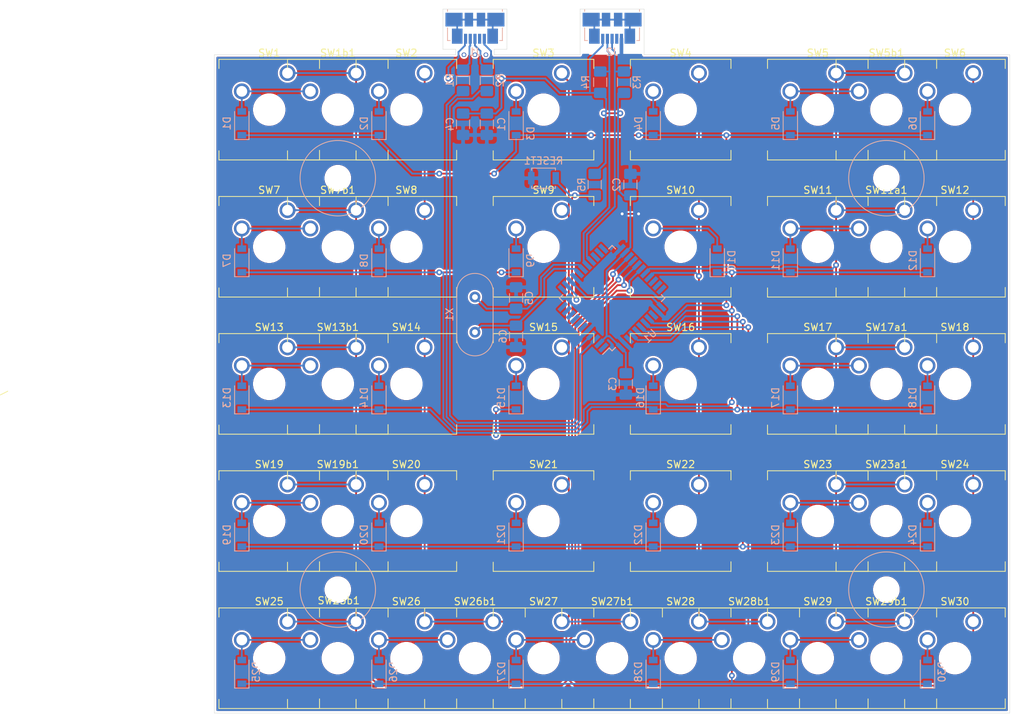
<source format=kicad_pcb>
(kicad_pcb (version 20171130) (host pcbnew "(5.1.2-1)-1")
  (layers (0 F.Cu signal) (31 B.Cu signal) (34 B.Paste user) (35 F.Paste user) (36 B.SilkS user) (37 F.SilkS user) (38 B.Mask user) (39 F.Mask user) (44 Edge.Cuts user))
  (net 0 "")
  (net 1 /USB_D-)
  (net 2 "Net-(J1-Pad2)")
  (net 3 /SCL)
  (net 4 +5V)
  (net 5 /SDA)
  (net 6 GND)
  (net 7 /Xtal1)
  (net 8 /Xtal2)
  (net 9 /USB_D+)
  (net 10 "Net-(D1-Pad2)")
  (net 11 "Net-(J1-Pad6)")
  (net 12 "Net-(J1-Pad3)")
  (net 13 "Net-(J2-Pad6)")
  (net 14 /Row1)
  (net 15 "Net-(D2-Pad2)")
  (net 16 "Net-(D3-Pad2)")
  (net 17 "Net-(D4-Pad2)")
  (net 18 "Net-(D5-Pad2)")
  (net 19 "Net-(D6-Pad2)")
  (net 20 /Row2)
  (net 21 "Net-(D7-Pad2)")
  (net 22 /Row3)
  (net 23 "Net-(D8-Pad2)")
  (net 24 /Row4)
  (net 25 "Net-(D9-Pad2)")
  (net 26 /Row5)
  (net 27 "Net-(D10-Pad2)")
  (net 28 "Net-(D11-Pad2)")
  (net 29 "Net-(D12-Pad2)")
  (net 30 "Net-(D13-Pad2)")
  (net 31 "Net-(D14-Pad2)")
  (net 32 "Net-(D15-Pad2)")
  (net 33 "Net-(D16-Pad2)")
  (net 34 "Net-(D17-Pad2)")
  (net 35 "Net-(D18-Pad2)")
  (net 36 "Net-(D19-Pad2)")
  (net 37 "Net-(D20-Pad2)")
  (net 38 "Net-(D21-Pad2)")
  (net 39 "Net-(D22-Pad2)")
  (net 40 "Net-(D23-Pad2)")
  (net 41 "Net-(D24-Pad2)")
  (net 42 "Net-(D25-Pad2)")
  (net 43 "Net-(D26-Pad2)")
  (net 44 "Net-(D27-Pad2)")
  (net 45 "Net-(D28-Pad2)")
  (net 46 "Net-(D29-Pad2)")
  (net 47 "Net-(D30-Pad2)")
  (net 48 /Col1)
  (net 49 /Col2)
  (net 50 /Col3)
  (net 51 /Col4)
  (net 52 /Col5)
  (net 53 /Col6)
  (net 54 "Net-(R5-Pad2)")
  (net 55 "Net-(J1-Pad4)")
  (net 56 "Net-(J2-Pad4)")
  (net 57 "Net-(U1-Pad42)")
  (net 58 "Net-(U1-Pad36)")
  (net 59 "Net-(U1-Pad33)")
  (net 60 "Net-(U1-Pad32)")
  (net 61 "Net-(U1-Pad31)")
  (net 62 "Net-(U1-Pad22)")
  (net 63 "Net-(U1-Pad21)")
  (net 64 "Net-(U1-Pad20)")
  (net 65 "Net-(U1-Pad12)")
  (net 66 "Net-(U1-Pad11)")
  (net 67 "Net-(U1-Pad10)")
  (net 68 "Net-(U1-Pad9)")
  (net 69 "Net-(U1-Pad8)")
  (net 70 "Net-(U1-Pad7)")
  (net 71 "Net-(U1-Pad6)")
  (net 72 "Net-(U1-Pad1)")
  (module Button_Switch_Keyboard:SW_Cherry_MX_1.00u_Plate (layer F.Cu) (at 151.765 83.82)
    (fp_text reference SW17a1 (at -2.54 -2.794) (layer F.SilkS))
    (fp_text value SW_SPST)
    (pad "" np_thru_hole circle (at -2.54 5.08) (size 4 4) (drill 4) (layers *.Cu *.Mask))
    (pad 2 thru_hole circle (at -6.35 2.54) (size 2.2 2.2) (drill 1.5) (layers *.Cu *.Mask) (net 34 "Net-(D17-Pad2)"))
    (pad 1 thru_hole circle (at 0 0) (size 2.2 2.2) (drill 1.5) (layers *.Cu *.Mask) (net 52 /Col5))
  )
  (module Button_Switch_Keyboard:SW_Cherry_MX_1.00u_Plate (layer F.Cu) (at 142.24 83.82)
    (fp_text reference SW17 (at -2.54 -2.794) (layer F.SilkS))
    (fp_text value SW_SPST)
    (pad "" np_thru_hole circle (at -2.54 5.08) (size 4 4) (drill 4) (layers *.Cu *.Mask))
    (pad 2 thru_hole circle (at -6.35 2.54) (size 2.2 2.2) (drill 1.5) (layers *.Cu *.Mask) (net 34 "Net-(D17-Pad2)"))
    (pad 1 thru_hole circle (at 0 0) (size 2.2 2.2) (drill 1.5) (layers *.Cu *.Mask) (net 52 /Col5))
  )
  (module Diode_SMD:D_SOD-123 (layer B.Cu) (at 154.94 90.805 90)
    (fp_text reference D18 (at 0 -2.064 90) (layer B.SilkS) (effects (justify mirror)))
    (fp_text value 1N4148)
    (pad 2 smd rect (at 1.65 0 90) (size 0.9 1.2) (layers B.Cu B.Paste B.Mask) (net 35 "Net-(D18-Pad2)"))
    (pad 1 smd rect (at -1.65 0 90) (size 0.9 1.2) (layers B.Cu B.Paste B.Mask) (net 22 /Row3))
  )
  (module Diode_SMD:D_SOD-123 (layer B.Cu) (at 154.94 109.855 90)
    (fp_text reference D24 (at 0 -2.064 90) (layer B.SilkS) (effects (justify mirror)))
    (fp_text value 1N4148)
    (pad 2 smd rect (at 1.65 0 90) (size 0.9 1.2) (layers B.Cu B.Paste B.Mask) (net 41 "Net-(D24-Pad2)"))
    (pad 1 smd rect (at -1.65 0 90) (size 0.9 1.2) (layers B.Cu B.Paste B.Mask) (net 24 /Row4))
  )
  (module Button_Switch_Keyboard:SW_Cherry_MX_1.00u_Plate (layer F.Cu) (at 75.565 121.92)
    (fp_text reference SW25b1 (at -2.413 -2.921) (layer F.SilkS))
    (fp_text value SW_SPST)
    (pad "" np_thru_hole circle (at -2.54 5.08) (size 4 4) (drill 4) (layers *.Cu *.Mask))
    (pad 2 thru_hole circle (at -6.35 2.54) (size 2.2 2.2) (drill 1.5) (layers *.Cu *.Mask) (net 42 "Net-(D25-Pad2)"))
    (pad 1 thru_hole circle (at 0 0) (size 2.2 2.2) (drill 1.5) (layers *.Cu *.Mask) (net 48 /Col1))
  )
  (module Button_Switch_Keyboard:SW_Cherry_MX_1.00u_Plate (layer F.Cu) (at 104.14 121.92)
    (fp_text reference SW27 (at -2.54 -2.794) (layer F.SilkS))
    (fp_text value SW_SPST)
    (pad "" np_thru_hole circle (at -2.54 5.08) (size 4 4) (drill 4) (layers *.Cu *.Mask))
    (pad 2 thru_hole circle (at -6.35 2.54) (size 2.2 2.2) (drill 1.5) (layers *.Cu *.Mask) (net 44 "Net-(D27-Pad2)"))
    (pad 1 thru_hole circle (at 0 0) (size 2.2 2.2) (drill 1.5) (layers *.Cu *.Mask) (net 50 /Col3))
  )
  (module Button_Switch_Keyboard:SW_Cherry_MX_1.00u_Plate (layer F.Cu) (at 85.09 121.92)
    (fp_text reference SW26 (at -2.54 -2.794) (layer F.SilkS))
    (fp_text value SW_SPST)
    (pad "" np_thru_hole circle (at -2.54 5.08) (size 4 4) (drill 4) (layers *.Cu *.Mask))
    (pad 2 thru_hole circle (at -6.35 2.54) (size 2.2 2.2) (drill 1.5) (layers *.Cu *.Mask) (net 43 "Net-(D26-Pad2)"))
    (pad 1 thru_hole circle (at 0 0) (size 2.2 2.2) (drill 1.5) (layers *.Cu *.Mask) (net 49 /Col2))
  )
  (module Diode_SMD:D_SOD-123 (layer B.Cu) (at 97.79 128.905 90)
    (fp_text reference D27 (at 0 -2.032 90) (layer B.SilkS) (effects (justify mirror)))
    (fp_text value 1N4148)
    (pad 2 smd rect (at 1.65 0 90) (size 0.9 1.2) (layers B.Cu B.Paste B.Mask) (net 44 "Net-(D27-Pad2)"))
    (pad 1 smd rect (at -1.65 0 90) (size 0.9 1.2) (layers B.Cu B.Paste B.Mask) (net 26 /Row5))
  )
  (module Diode_SMD:D_SOD-123 (layer B.Cu) (at 78.74 128.905 90)
    (fp_text reference D26 (at 0 2 90) (layer B.SilkS) (effects (justify mirror)))
    (fp_text value 1N4148)
    (pad 2 smd rect (at 1.65 0 90) (size 0.9 1.2) (layers B.Cu B.Paste B.Mask) (net 43 "Net-(D26-Pad2)"))
    (pad 1 smd rect (at -1.65 0 90) (size 0.9 1.2) (layers B.Cu B.Paste B.Mask) (net 26 /Row5))
  )
  (module Button_Switch_Keyboard:SW_Cherry_MX_1.00u_Plate (layer F.Cu) (at 94.615 121.92)
    (fp_text reference SW26b1 (at -2.54 -2.794) (layer F.SilkS))
    (fp_text value SW_SPST)
    (pad "" np_thru_hole circle (at -2.54 5.08) (size 4 4) (drill 4) (layers *.Cu *.Mask))
    (pad 2 thru_hole circle (at -6.35 2.54) (size 2.2 2.2) (drill 1.5) (layers *.Cu *.Mask) (net 43 "Net-(D26-Pad2)"))
    (pad 1 thru_hole circle (at 0 0) (size 2.2 2.2) (drill 1.5) (layers *.Cu *.Mask) (net 49 /Col2))
  )
  (module Button_Switch_Keyboard:SW_Cherry_MX_1.00u_Plate (layer F.Cu) (at 151.765 121.92)
    (fp_text reference SW29b1 (at -2.54 -2.794) (layer F.SilkS))
    (fp_text value SW_SPST)
    (pad "" np_thru_hole circle (at -2.54 5.08) (size 4 4) (drill 4) (layers *.Cu *.Mask))
    (pad 2 thru_hole circle (at -6.35 2.54) (size 2.2 2.2) (drill 1.5) (layers *.Cu *.Mask) (net 46 "Net-(D29-Pad2)"))
    (pad 1 thru_hole circle (at 0 0) (size 2.2 2.2) (drill 1.5) (layers *.Cu *.Mask) (net 52 /Col5))
  )
  (module Button_Switch_Keyboard:SW_Cherry_MX_1.00u_Plate (layer F.Cu) (at 132.715 121.92)
    (fp_text reference SW28b1 (at -2.54 -2.794) (layer F.SilkS))
    (fp_text value SW_SPST)
    (pad "" np_thru_hole circle (at -2.54 5.08) (size 4 4) (drill 4) (layers *.Cu *.Mask))
    (pad 2 thru_hole circle (at -6.35 2.54) (size 2.2 2.2) (drill 1.5) (layers *.Cu *.Mask) (net 45 "Net-(D28-Pad2)"))
    (pad 1 thru_hole circle (at 0 0) (size 2.2 2.2) (drill 1.5) (layers *.Cu *.Mask) (net 51 /Col4))
  )
  (module Button_Switch_Keyboard:SW_Cherry_MX_1.00u_Plate (layer F.Cu) (at 123.19 121.92)
    (fp_text reference SW28 (at -2.54 -2.794) (layer F.SilkS))
    (fp_text value SW_SPST)
    (pad "" np_thru_hole circle (at -2.54 5.08) (size 4 4) (drill 4) (layers *.Cu *.Mask))
    (pad 2 thru_hole circle (at -6.35 2.54) (size 2.2 2.2) (drill 1.5) (layers *.Cu *.Mask) (net 45 "Net-(D28-Pad2)"))
    (pad 1 thru_hole circle (at 0 0) (size 2.2 2.2) (drill 1.5) (layers *.Cu *.Mask) (net 51 /Col4))
  )
  (module Button_Switch_Keyboard:SW_Cherry_MX_1.00u_Plate (layer F.Cu) (at 113.665 121.92)
    (fp_text reference SW27b1 (at -2.54 -2.794) (layer F.SilkS))
    (fp_text value SW_SPST)
    (pad "" np_thru_hole circle (at -2.54 5.08) (size 4 4) (drill 4) (layers *.Cu *.Mask))
    (pad 2 thru_hole circle (at -6.35 2.54) (size 2.2 2.2) (drill 1.5) (layers *.Cu *.Mask) (net 44 "Net-(D27-Pad2)"))
    (pad 1 thru_hole circle (at 0 0) (size 2.2 2.2) (drill 1.5) (layers *.Cu *.Mask) (net 50 /Col3))
  )
  (module Button_Switch_Keyboard:SW_Cherry_MX_1.00u_Plate (layer F.Cu) (at 75.565 64.77)
    (fp_text reference SW7b1 (at -2.54 -2.794) (layer F.SilkS))
    (fp_text value SW_SPST)
    (pad "" np_thru_hole circle (at -2.54 5.08) (size 4 4) (drill 4) (layers *.Cu *.Mask))
    (pad 2 thru_hole circle (at -6.35 2.54) (size 2.2 2.2) (drill 1.5) (layers *.Cu *.Mask) (net 21 "Net-(D7-Pad2)"))
    (pad 1 thru_hole circle (at 0 0) (size 2.2 2.2) (drill 1.5) (layers *.Cu *.Mask) (net 48 /Col1))
  )
  (module Button_Switch_Keyboard:SW_Cherry_MX_1.00u_Plate (layer F.Cu) (at 151.765 45.72)
    (fp_text reference SW5b1 (at -2.54 -2.794) (layer F.SilkS))
    (fp_text value SW_SPST)
    (pad "" np_thru_hole circle (at -2.54 5.08) (size 4 4) (drill 4) (layers *.Cu *.Mask))
    (pad 2 thru_hole circle (at -6.35 2.54) (size 2.2 2.2) (drill 1.5) (layers *.Cu *.Mask) (net 18 "Net-(D5-Pad2)"))
    (pad 1 thru_hole circle (at 0 0) (size 2.2 2.2) (drill 1.5) (layers *.Cu *.Mask) (net 52 /Col5))
  )
  (module Button_Switch_Keyboard:SW_Cherry_MX_1.00u_Plate (layer F.Cu) (at 75.565 45.72)
    (fp_text reference SW1b1 (at -2.54 -2.794) (layer F.SilkS))
    (fp_text value SW_SPST)
    (pad "" np_thru_hole circle (at -2.54 5.08) (size 4 4) (drill 4) (layers *.Cu *.Mask))
    (pad 2 thru_hole circle (at -6.35 2.54) (size 2.2 2.2) (drill 1.5) (layers *.Cu *.Mask) (net 10 "Net-(D1-Pad2)"))
    (pad 1 thru_hole circle (at 0 0) (size 2.2 2.2) (drill 1.5) (layers *.Cu *.Mask) (net 48 /Col1))
  )
  (module Button_Switch_Keyboard:SW_Cherry_MX_1.00u_Plate (layer F.Cu) (at 75.565 83.82)
    (fp_text reference SW13b1 (at -2.54 -2.794) (layer F.SilkS))
    (fp_text value SW_SPST)
    (pad "" np_thru_hole circle (at -2.54 5.08) (size 4 4) (drill 4) (layers *.Cu *.Mask))
    (pad 2 thru_hole circle (at -6.35 2.54) (size 2.2 2.2) (drill 1.5) (layers *.Cu *.Mask) (net 30 "Net-(D13-Pad2)"))
    (pad 1 thru_hole circle (at 0 0) (size 2.2 2.2) (drill 1.5) (layers *.Cu *.Mask) (net 48 /Col1))
  )
  (module Button_Switch_Keyboard:SW_Cherry_MX_1.00u_Plate (layer F.Cu) (at 75.565 102.87)
    (fp_text reference SW19b1 (at -2.54 -2.794) (layer F.SilkS))
    (fp_text value SW_SPST)
    (pad "" np_thru_hole circle (at -2.54 5.08) (size 4 4) (drill 4) (layers *.Cu *.Mask))
    (pad 2 thru_hole circle (at -6.35 2.54) (size 2.2 2.2) (drill 1.5) (layers *.Cu *.Mask) (net 36 "Net-(D19-Pad2)"))
    (pad 1 thru_hole circle (at 0 0) (size 2.2 2.2) (drill 1.5) (layers *.Cu *.Mask) (net 48 /Col1))
  )
  (module Button_Switch_Keyboard:SW_Cherry_MX_1.00u_Plate (layer F.Cu) (at 151.765 102.87)
    (fp_text reference SW23a1 (at -2.54 -2.794) (layer F.SilkS))
    (fp_text value SW_SPST)
    (pad "" np_thru_hole circle (at -2.54 5.08) (size 4 4) (drill 4) (layers *.Cu *.Mask))
    (pad 2 thru_hole circle (at -6.35 2.54) (size 2.2 2.2) (drill 1.5) (layers *.Cu *.Mask) (net 40 "Net-(D23-Pad2)"))
    (pad 1 thru_hole circle (at 0 0) (size 2.2 2.2) (drill 1.5) (layers *.Cu *.Mask) (net 52 /Col5))
  )
  (module Button_Switch_Keyboard:SW_Cherry_MX_1.00u_Plate (layer F.Cu) (at 151.765 64.77)
    (fp_text reference SW11a1 (at -2.54 -2.794) (layer F.SilkS))
    (fp_text value SW_SPST)
    (pad "" np_thru_hole circle (at -2.54 5.08) (size 4 4) (drill 4) (layers *.Cu *.Mask))
    (pad 2 thru_hole circle (at -6.35 2.54) (size 2.2 2.2) (drill 1.5) (layers *.Cu *.Mask) (net 28 "Net-(D11-Pad2)"))
    (pad 1 thru_hole circle (at 0 0) (size 2.2 2.2) (drill 1.5) (layers *.Cu *.Mask) (net 52 /Col5))
  )
  (module Button_Switch_Keyboard:SW_Cherry_MX_1.00u_Plate (layer F.Cu) (at 104.14 102.87)
    (fp_text reference SW21 (at -2.54 -2.794) (layer F.SilkS))
    (fp_text value SW_SPST)
    (pad "" np_thru_hole circle (at -2.54 5.08) (size 4 4) (drill 4) (layers *.Cu *.Mask))
    (pad 2 thru_hole circle (at -6.35 2.54) (size 2.2 2.2) (drill 1.5) (layers *.Cu *.Mask) (net 38 "Net-(D21-Pad2)"))
    (pad 1 thru_hole circle (at 0 0) (size 2.2 2.2) (drill 1.5) (layers *.Cu *.Mask) (net 50 /Col3))
  )
  (module Button_Switch_Keyboard:SW_Cherry_MX_1.00u_Plate (layer F.Cu) (at 104.14 64.77)
    (fp_text reference SW9 (at -2.54 -2.794) (layer F.SilkS))
    (fp_text value SW_SPST)
    (pad "" np_thru_hole circle (at -2.54 5.08) (size 4 4) (drill 4) (layers *.Cu *.Mask))
    (pad 2 thru_hole circle (at -6.35 2.54) (size 2.2 2.2) (drill 1.5) (layers *.Cu *.Mask) (net 25 "Net-(D9-Pad2)"))
    (pad 1 thru_hole circle (at 0 0) (size 2.2 2.2) (drill 1.5) (layers *.Cu *.Mask) (net 50 /Col3))
  )
  (module Capacitor_SMD:C_1206_3216Metric_Pad1.42x1.75mm_HandSolder (layer B.Cu) (at 90.424 52.832 270)
    (fp_text reference C4 (at 0 1.82 90) (layer B.SilkS) (effects (justify mirror)))
    (fp_text value 10u)
    (pad 2 smd roundrect (at 1.4875 0 270) (size 1.425 1.75) (layers B.Cu B.Paste B.Mask) (roundrect_rratio 0.175439) (net 6 GND))
    (pad 1 smd roundrect (at -1.4875 0 270) (size 1.425 1.75) (layers B.Cu B.Paste B.Mask) (roundrect_rratio 0.175439) (net 4 +5V))
  )
  (module Crystal:Crystal_HC49-4H_Vertical (layer B.Cu) (at 92.075 76.835 270)
    (fp_text reference X1 (at 2.44 3.525 270) (layer B.SilkS) (effects (justify mirror)))
    (fp_text value 16MHz)
    (pad 2 thru_hole circle (at 4.88 0 270) (size 1.5 1.5) (drill 0.8) (layers *.Cu *.Mask) (net 8 /Xtal2))
    (pad 1 thru_hole circle (at 0 0 270) (size 1.5 1.5) (drill 0.8) (layers *.Cu *.Mask) (net 7 /Xtal1))
  )
  (module MountingHole:MountingHole_3.2mm_M3 (layer F.Cu) (at 73.025 117.475)
    (fp_text reference REF** hide)
    (fp_text value MountingHole_3.2mm_M3)
    (pad 1 np_thru_hole circle (at 0 0) (size 3.2 3.2) (drill 3.2) (layers *.Cu *.Mask))
  )
  (module MountingHole:MountingHole_3.2mm_M3 (layer F.Cu) (at 149.225 117.475)
    (fp_text reference REF** hide)
    (fp_text value MountingHole_3.2mm_M3)
    (pad 1 np_thru_hole circle (at 0 0) (size 3.2 3.2) (drill 3.2) (layers *.Cu *.Mask))
  )
  (module MountingHole:MountingHole_3.2mm_M3 (layer F.Cu) (at 149.225 60.325)
    (fp_text reference REF** hide)
    (fp_text value MountingHole_3.2mm_M3)
    (pad 1 np_thru_hole circle (at 0 0) (size 3.2 3.2) (drill 3.2) (layers *.Cu *.Mask))
  )
  (module MountingHole:MountingHole_3.2mm_M3 (layer F.Cu) (at 73.025 60.325)
    (fp_text reference REF** hide)
    (fp_text value MountingHole_3.2mm_M3)
    (pad 1 np_thru_hole circle (at 0 0) (size 3.2 3.2) (drill 3.2) (layers *.Cu *.Mask))
  )
  (module Button_Switch_Keyboard:SW_Cherry_MX_1.00u_Plate (layer F.Cu) (at 123.19 83.82)
    (fp_text reference SW16 (at -2.54 -2.794) (layer F.SilkS))
    (fp_text value SW_SPST)
    (pad "" np_thru_hole circle (at -2.54 5.08) (size 4 4) (drill 4) (layers *.Cu *.Mask))
    (pad 2 thru_hole circle (at -6.35 2.54) (size 2.2 2.2) (drill 1.5) (layers *.Cu *.Mask) (net 33 "Net-(D16-Pad2)"))
    (pad 1 thru_hole circle (at 0 0) (size 2.2 2.2) (drill 1.5) (layers *.Cu *.Mask) (net 51 /Col4))
  )
  (module Button_Switch_SMD:SW_SPST_B3U-1000P (layer B.Cu) (at 101.6 60.325)
    (fp_text reference RESET1 (at 0 -2.413) (layer B.SilkS) (effects (justify mirror)))
    (fp_text value SW_SPST)
    (pad 2 smd rect (at 1.7 0) (size 0.9 1.7) (layers B.Cu B.Paste B.Mask) (net 54 "Net-(R5-Pad2)"))
    (pad 1 smd rect (at -1.7 0) (size 0.9 1.7) (layers B.Cu B.Paste B.Mask) (net 6 GND))
  )
  (module Resistor_SMD:R_1206_3216Metric_Pad1.42x1.75mm_HandSolder (layer B.Cu) (at 108.712 61.214 270)
    (fp_text reference R5 (at 0 1.82 90) (layer B.SilkS) (effects (justify mirror)))
    (fp_text value 10k)
    (pad 2 smd roundrect (at 1.4875 0 270) (size 1.425 1.75) (layers B.Cu B.Paste B.Mask) (roundrect_rratio 0.175439) (net 54 "Net-(R5-Pad2)"))
    (pad 1 smd roundrect (at -1.4875 0 270) (size 1.425 1.75) (layers B.Cu B.Paste B.Mask) (roundrect_rratio 0.175439) (net 4 +5V))
  )
  (module Button_Switch_Keyboard:SW_Cherry_MX_1.00u_Plate (layer F.Cu) (at 123.19 45.72)
    (fp_text reference SW4 (at -2.54 -2.794) (layer F.SilkS))
    (fp_text value SW_SPST)
    (pad "" np_thru_hole circle (at -2.54 5.08) (size 4 4) (drill 4) (layers *.Cu *.Mask))
    (pad 2 thru_hole circle (at -6.35 2.54) (size 2.2 2.2) (drill 1.5) (layers *.Cu *.Mask) (net 17 "Net-(D4-Pad2)"))
    (pad 1 thru_hole circle (at 0 0) (size 2.2 2.2) (drill 1.5) (layers *.Cu *.Mask) (net 51 /Col4))
  )
  (module Button_Switch_Keyboard:SW_Cherry_MX_1.00u_Plate (layer F.Cu) (at 85.09 102.87)
    (fp_text reference SW20 (at -2.54 -2.794) (layer F.SilkS))
    (fp_text value SW_SPST)
    (pad "" np_thru_hole circle (at -2.54 5.08) (size 4 4) (drill 4) (layers *.Cu *.Mask))
    (pad 2 thru_hole circle (at -6.35 2.54) (size 2.2 2.2) (drill 1.5) (layers *.Cu *.Mask) (net 37 "Net-(D20-Pad2)"))
    (pad 1 thru_hole circle (at 0 0) (size 2.2 2.2) (drill 1.5) (layers *.Cu *.Mask) (net 49 /Col2))
  )
  (module Button_Switch_Keyboard:SW_Cherry_MX_1.00u_Plate (layer F.Cu) (at 104.14 83.82)
    (fp_text reference SW15 (at -2.54 -2.794) (layer F.SilkS))
    (fp_text value SW_SPST)
    (pad "" np_thru_hole circle (at -2.54 5.08) (size 4 4) (drill 4) (layers *.Cu *.Mask))
    (pad 2 thru_hole circle (at -6.35 2.54) (size 2.2 2.2) (drill 1.5) (layers *.Cu *.Mask) (net 32 "Net-(D15-Pad2)"))
    (pad 1 thru_hole circle (at 0 0) (size 2.2 2.2) (drill 1.5) (layers *.Cu *.Mask) (net 50 /Col3))
  )
  (module Button_Switch_Keyboard:SW_Cherry_MX_1.00u_Plate (layer F.Cu) (at 142.24 45.72)
    (fp_text reference SW5 (at -2.54 -2.794) (layer F.SilkS))
    (fp_text value SW_SPST)
    (pad "" np_thru_hole circle (at -2.54 5.08) (size 4 4) (drill 4) (layers *.Cu *.Mask))
    (pad 2 thru_hole circle (at -6.35 2.54) (size 2.2 2.2) (drill 1.5) (layers *.Cu *.Mask) (net 18 "Net-(D5-Pad2)"))
    (pad 1 thru_hole circle (at 0 0) (size 2.2 2.2) (drill 1.5) (layers *.Cu *.Mask) (net 52 /Col5))
  )
  (module Button_Switch_Keyboard:SW_Cherry_MX_1.00u_Plate (layer F.Cu) (at 66.04 121.92)
    (fp_text reference SW25 (at -2.54 -2.794) (layer F.SilkS))
    (fp_text value SW_SPST)
    (pad "" np_thru_hole circle (at -2.54 5.08) (size 4 4) (drill 4) (layers *.Cu *.Mask))
    (pad 2 thru_hole circle (at -6.35 2.54) (size 2.2 2.2) (drill 1.5) (layers *.Cu *.Mask) (net 42 "Net-(D25-Pad2)"))
    (pad 1 thru_hole circle (at 0 0) (size 2.2 2.2) (drill 1.5) (layers *.Cu *.Mask) (net 48 /Col1))
  )
  (module Button_Switch_Keyboard:SW_Cherry_MX_1.00u_Plate (layer F.Cu) (at 66.04 83.82)
    (fp_text reference SW13 (at -2.54 -2.794) (layer F.SilkS))
    (fp_text value SW_SPST)
    (pad "" np_thru_hole circle (at -2.54 5.08) (size 4 4) (drill 4) (layers *.Cu *.Mask))
    (pad 2 thru_hole circle (at -6.35 2.54) (size 2.2 2.2) (drill 1.5) (layers *.Cu *.Mask) (net 30 "Net-(D13-Pad2)"))
    (pad 1 thru_hole circle (at 0 0) (size 2.2 2.2) (drill 1.5) (layers *.Cu *.Mask) (net 48 /Col1))
  )
  (module Button_Switch_Keyboard:SW_Cherry_MX_1.00u_Plate (layer F.Cu) (at 85.09 45.72)
    (fp_text reference SW2 (at -2.54 -2.794) (layer F.SilkS))
    (fp_text value SW_SPST)
    (pad "" np_thru_hole circle (at -2.54 5.08) (size 4 4) (drill 4) (layers *.Cu *.Mask))
    (pad 2 thru_hole circle (at -6.35 2.54) (size 2.2 2.2) (drill 1.5) (layers *.Cu *.Mask) (net 15 "Net-(D2-Pad2)"))
    (pad 1 thru_hole circle (at 0 0) (size 2.2 2.2) (drill 1.5) (layers *.Cu *.Mask) (net 49 /Col2))
  )
  (module Button_Switch_Keyboard:SW_Cherry_MX_1.00u_Plate (layer F.Cu) (at 104.14 45.72)
    (fp_text reference SW3 (at -2.54 -2.794) (layer F.SilkS))
    (fp_text value SW_SPST)
    (pad "" np_thru_hole circle (at -2.54 5.08) (size 4 4) (drill 4) (layers *.Cu *.Mask))
    (pad 2 thru_hole circle (at -6.35 2.54) (size 2.2 2.2) (drill 1.5) (layers *.Cu *.Mask) (net 16 "Net-(D3-Pad2)"))
    (pad 1 thru_hole circle (at 0 0) (size 2.2 2.2) (drill 1.5) (layers *.Cu *.Mask) (net 50 /Col3))
  )
  (module Button_Switch_Keyboard:SW_Cherry_MX_1.00u_Plate (layer F.Cu) (at 123.19 64.77)
    (fp_text reference SW10 (at -2.54 -2.794) (layer F.SilkS))
    (fp_text value SW_SPST)
    (pad "" np_thru_hole circle (at -2.54 5.08) (size 4 4) (drill 4) (layers *.Cu *.Mask))
    (pad 2 thru_hole circle (at -6.35 2.54) (size 2.2 2.2) (drill 1.5) (layers *.Cu *.Mask) (net 27 "Net-(D10-Pad2)"))
    (pad 1 thru_hole circle (at 0 0) (size 2.2 2.2) (drill 1.5) (layers *.Cu *.Mask) (net 51 /Col4))
  )
  (module Capacitor_SMD:C_1206_3216Metric_Pad1.42x1.75mm_HandSolder (layer B.Cu) (at 113.03 88.9 270)
    (fp_text reference C3 (at 0 1.82 90) (layer B.SilkS) (effects (justify mirror)))
    (fp_text value 100n)
    (pad 2 smd roundrect (at 1.4875 0 270) (size 1.425 1.75) (layers B.Cu B.Paste B.Mask) (roundrect_rratio 0.175439) (net 6 GND))
    (pad 1 smd roundrect (at -1.4875 0 270) (size 1.425 1.75) (layers B.Cu B.Paste B.Mask) (roundrect_rratio 0.175439) (net 4 +5V))
  )
  (module Capacitor_SMD:C_1206_3216Metric_Pad1.42x1.75mm_HandSolder (layer B.Cu) (at 113.665 61.214 90)
    (fp_text reference C2 (at 0 -1.905 90) (layer B.SilkS) (effects (justify mirror)))
    (fp_text value 100n)
    (pad 2 smd roundrect (at 1.4875 0 90) (size 1.425 1.75) (layers B.Cu B.Paste B.Mask) (roundrect_rratio 0.175439) (net 6 GND))
    (pad 1 smd roundrect (at -1.4875 0 90) (size 1.425 1.75) (layers B.Cu B.Paste B.Mask) (roundrect_rratio 0.175439) (net 4 +5V))
  )
  (module Button_Switch_Keyboard:SW_Cherry_MX_1.00u_Plate (layer F.Cu) (at 161.29 121.92)
    (fp_text reference SW30 (at -2.54 -2.794) (layer F.SilkS))
    (fp_text value SW_SPST)
    (pad "" np_thru_hole circle (at -2.54 5.08) (size 4 4) (drill 4) (layers *.Cu *.Mask))
    (pad 2 thru_hole circle (at -6.35 2.54) (size 2.2 2.2) (drill 1.5) (layers *.Cu *.Mask) (net 47 "Net-(D30-Pad2)"))
    (pad 1 thru_hole circle (at 0 0) (size 2.2 2.2) (drill 1.5) (layers *.Cu *.Mask) (net 53 /Col6))
  )
  (module Button_Switch_Keyboard:SW_Cherry_MX_1.00u_Plate (layer F.Cu) (at 142.24 121.92)
    (fp_text reference SW29 (at -2.54 -2.794) (layer F.SilkS))
    (fp_text value SW_SPST)
    (pad "" np_thru_hole circle (at -2.54 5.08) (size 4 4) (drill 4) (layers *.Cu *.Mask))
    (pad 2 thru_hole circle (at -6.35 2.54) (size 2.2 2.2) (drill 1.5) (layers *.Cu *.Mask) (net 46 "Net-(D29-Pad2)"))
    (pad 1 thru_hole circle (at 0 0) (size 2.2 2.2) (drill 1.5) (layers *.Cu *.Mask) (net 52 /Col5))
  )
  (module Button_Switch_Keyboard:SW_Cherry_MX_1.00u_Plate (layer F.Cu) (at 161.29 102.87)
    (fp_text reference SW24 (at -2.54 -2.794) (layer F.SilkS))
    (fp_text value SW_SPST)
    (pad "" np_thru_hole circle (at -2.54 5.08) (size 4 4) (drill 4) (layers *.Cu *.Mask))
    (pad 2 thru_hole circle (at -6.35 2.54) (size 2.2 2.2) (drill 1.5) (layers *.Cu *.Mask) (net 41 "Net-(D24-Pad2)"))
    (pad 1 thru_hole circle (at 0 0) (size 2.2 2.2) (drill 1.5) (layers *.Cu *.Mask) (net 53 /Col6))
  )
  (module Button_Switch_Keyboard:SW_Cherry_MX_1.00u_Plate (layer F.Cu) (at 142.24 102.87)
    (fp_text reference SW23 (at -2.54 -2.794) (layer F.SilkS))
    (fp_text value SW_SPST)
    (pad "" np_thru_hole circle (at -2.54 5.08) (size 4 4) (drill 4) (layers *.Cu *.Mask))
    (pad 2 thru_hole circle (at -6.35 2.54) (size 2.2 2.2) (drill 1.5) (layers *.Cu *.Mask) (net 40 "Net-(D23-Pad2)"))
    (pad 1 thru_hole circle (at 0 0) (size 2.2 2.2) (drill 1.5) (layers *.Cu *.Mask) (net 52 /Col5))
  )
  (module Button_Switch_Keyboard:SW_Cherry_MX_1.00u_Plate (layer F.Cu) (at 123.19 102.87)
    (fp_text reference SW22 (at -2.54 -2.794) (layer F.SilkS))
    (fp_text value SW_SPST)
    (pad "" np_thru_hole circle (at -2.54 5.08) (size 4 4) (drill 4) (layers *.Cu *.Mask))
    (pad 2 thru_hole circle (at -6.35 2.54) (size 2.2 2.2) (drill 1.5) (layers *.Cu *.Mask) (net 39 "Net-(D22-Pad2)"))
    (pad 1 thru_hole circle (at 0 0) (size 2.2 2.2) (drill 1.5) (layers *.Cu *.Mask) (net 51 /Col4))
  )
  (module Button_Switch_Keyboard:SW_Cherry_MX_1.00u_Plate (layer F.Cu) (at 66.04 102.87)
    (fp_text reference SW19 (at -2.54 -2.794) (layer F.SilkS))
    (fp_text value SW_SPST)
    (pad "" np_thru_hole circle (at -2.54 5.08) (size 4 4) (drill 4) (layers *.Cu *.Mask))
    (pad 2 thru_hole circle (at -6.35 2.54) (size 2.2 2.2) (drill 1.5) (layers *.Cu *.Mask) (net 36 "Net-(D19-Pad2)"))
    (pad 1 thru_hole circle (at 0 0) (size 2.2 2.2) (drill 1.5) (layers *.Cu *.Mask) (net 48 /Col1))
  )
  (module Button_Switch_Keyboard:SW_Cherry_MX_1.00u_Plate (layer F.Cu) (at 161.29 83.82)
    (fp_text reference SW18 (at -2.54 -2.794) (layer F.SilkS))
    (fp_text value SW_SPST)
    (pad "" np_thru_hole circle (at -2.54 5.08) (size 4 4) (drill 4) (layers *.Cu *.Mask))
    (pad 2 thru_hole circle (at -6.35 2.54) (size 2.2 2.2) (drill 1.5) (layers *.Cu *.Mask) (net 35 "Net-(D18-Pad2)"))
    (pad 1 thru_hole circle (at 0 0) (size 2.2 2.2) (drill 1.5) (layers *.Cu *.Mask) (net 53 /Col6))
  )
  (module Button_Switch_Keyboard:SW_Cherry_MX_1.00u_Plate (layer F.Cu) (at 85.09 83.82)
    (fp_text reference SW14 (at -2.54 -2.794) (layer F.SilkS))
    (fp_text value SW_SPST)
    (pad "" np_thru_hole circle (at -2.54 5.08) (size 4 4) (drill 4) (layers *.Cu *.Mask))
    (pad 2 thru_hole circle (at -6.35 2.54) (size 2.2 2.2) (drill 1.5) (layers *.Cu *.Mask) (net 31 "Net-(D14-Pad2)"))
    (pad 1 thru_hole circle (at 0 0) (size 2.2 2.2) (drill 1.5) (layers *.Cu *.Mask) (net 49 /Col2))
  )
  (module Button_Switch_Keyboard:SW_Cherry_MX_1.00u_Plate (layer F.Cu) (at 161.29 64.77)
    (fp_text reference SW12 (at -2.54 -2.794) (layer F.SilkS))
    (fp_text value SW_SPST)
    (pad "" np_thru_hole circle (at -2.54 5.08) (size 4 4) (drill 4) (layers *.Cu *.Mask))
    (pad 2 thru_hole circle (at -6.35 2.54) (size 2.2 2.2) (drill 1.5) (layers *.Cu *.Mask) (net 29 "Net-(D12-Pad2)"))
    (pad 1 thru_hole circle (at 0 0) (size 2.2 2.2) (drill 1.5) (layers *.Cu *.Mask) (net 53 /Col6))
  )
  (module Button_Switch_Keyboard:SW_Cherry_MX_1.00u_Plate (layer F.Cu) (at 142.24 64.77)
    (fp_text reference SW11 (at -2.54 -2.794) (layer F.SilkS))
    (fp_text value SW_SPST)
    (pad "" np_thru_hole circle (at -2.54 5.08) (size 4 4) (drill 4) (layers *.Cu *.Mask))
    (pad 2 thru_hole circle (at -6.35 2.54) (size 2.2 2.2) (drill 1.5) (layers *.Cu *.Mask) (net 28 "Net-(D11-Pad2)"))
    (pad 1 thru_hole circle (at 0 0) (size 2.2 2.2) (drill 1.5) (layers *.Cu *.Mask) (net 52 /Col5))
  )
  (module Button_Switch_Keyboard:SW_Cherry_MX_1.00u_Plate (layer F.Cu) (at 85.09 64.77)
    (fp_text reference SW8 (at -2.54 -2.794) (layer F.SilkS))
    (fp_text value SW_SPST)
    (pad "" np_thru_hole circle (at -2.54 5.08) (size 4 4) (drill 4) (layers *.Cu *.Mask))
    (pad 2 thru_hole circle (at -6.35 2.54) (size 2.2 2.2) (drill 1.5) (layers *.Cu *.Mask) (net 23 "Net-(D8-Pad2)"))
    (pad 1 thru_hole circle (at 0 0) (size 2.2 2.2) (drill 1.5) (layers *.Cu *.Mask) (net 49 /Col2))
  )
  (module Button_Switch_Keyboard:SW_Cherry_MX_1.00u_Plate (layer F.Cu) (at 66.04 64.77)
    (fp_text reference SW7 (at -2.54 -2.794) (layer F.SilkS))
    (fp_text value SW_SPST)
    (pad "" np_thru_hole circle (at -2.54 5.08) (size 4 4) (drill 4) (layers *.Cu *.Mask))
    (pad 2 thru_hole circle (at -6.35 2.54) (size 2.2 2.2) (drill 1.5) (layers *.Cu *.Mask) (net 21 "Net-(D7-Pad2)"))
    (pad 1 thru_hole circle (at 0 0) (size 2.2 2.2) (drill 1.5) (layers *.Cu *.Mask) (net 48 /Col1))
  )
  (module Button_Switch_Keyboard:SW_Cherry_MX_1.00u_Plate (layer F.Cu) (at 161.29 45.72)
    (fp_text reference SW6 (at -2.54 -2.794) (layer F.SilkS))
    (fp_text value SW_SPST)
    (pad "" np_thru_hole circle (at -2.54 5.08) (size 4 4) (drill 4) (layers *.Cu *.Mask))
    (pad 2 thru_hole circle (at -6.35 2.54) (size 2.2 2.2) (drill 1.5) (layers *.Cu *.Mask) (net 19 "Net-(D6-Pad2)"))
    (pad 1 thru_hole circle (at 0 0) (size 2.2 2.2) (drill 1.5) (layers *.Cu *.Mask) (net 53 /Col6))
  )
  (module Diode_SMD:D_SOD-123 (layer B.Cu) (at 154.94 128.905 90)
    (fp_text reference D30 (at 0 2 90) (layer B.SilkS) (effects (justify mirror)))
    (fp_text value 1N4148)
    (pad 2 smd rect (at 1.65 0 90) (size 0.9 1.2) (layers B.Cu B.Paste B.Mask) (net 47 "Net-(D30-Pad2)"))
    (pad 1 smd rect (at -1.65 0 90) (size 0.9 1.2) (layers B.Cu B.Paste B.Mask) (net 26 /Row5))
  )
  (module Diode_SMD:D_SOD-123 (layer B.Cu) (at 154.94 71.755 90)
    (fp_text reference D12 (at 0 -2.032 90) (layer B.SilkS) (effects (justify mirror)))
    (fp_text value 1N4148)
    (pad 2 smd rect (at 1.65 0 90) (size 0.9 1.2) (layers B.Cu B.Paste B.Mask) (net 29 "Net-(D12-Pad2)"))
    (pad 1 smd rect (at -1.65 0 90) (size 0.9 1.2) (layers B.Cu B.Paste B.Mask) (net 20 /Row2))
  )
  (module Diode_SMD:D_SOD-123 (layer B.Cu) (at 154.94 52.705 90)
    (fp_text reference D6 (at 0 -2.032 90) (layer B.SilkS) (effects (justify mirror)))
    (fp_text value 1N4148)
    (pad 2 smd rect (at 1.65 0 90) (size 0.9 1.2) (layers B.Cu B.Paste B.Mask) (net 19 "Net-(D6-Pad2)"))
    (pad 1 smd rect (at -1.65 0 90) (size 0.9 1.2) (layers B.Cu B.Paste B.Mask) (net 14 /Row1))
  )
  (module Diode_SMD:D_SOD-123 (layer B.Cu) (at 135.89 90.805 90)
    (fp_text reference D17 (at 0 -2.064 90) (layer B.SilkS) (effects (justify mirror)))
    (fp_text value 1N4148)
    (pad 2 smd rect (at 1.65 0 90) (size 0.9 1.2) (layers B.Cu B.Paste B.Mask) (net 34 "Net-(D17-Pad2)"))
    (pad 1 smd rect (at -1.65 0 90) (size 0.9 1.2) (layers B.Cu B.Paste B.Mask) (net 22 /Row3))
  )
  (module Diode_SMD:D_SOD-123 (layer B.Cu) (at 135.89 128.905 90)
    (fp_text reference D29 (at 0 -2.064 90) (layer B.SilkS) (effects (justify mirror)))
    (fp_text value 1N4148)
    (pad 2 smd rect (at 1.65 0 90) (size 0.9 1.2) (layers B.Cu B.Paste B.Mask) (net 46 "Net-(D29-Pad2)"))
    (pad 1 smd rect (at -1.65 0 90) (size 0.9 1.2) (layers B.Cu B.Paste B.Mask) (net 26 /Row5))
  )
  (module Diode_SMD:D_SOD-123 (layer B.Cu) (at 135.89 109.855 90)
    (fp_text reference D23 (at 0 -2.064 90) (layer B.SilkS) (effects (justify mirror)))
    (fp_text value 1N4148)
    (pad 2 smd rect (at 1.65 0 90) (size 0.9 1.2) (layers B.Cu B.Paste B.Mask) (net 40 "Net-(D23-Pad2)"))
    (pad 1 smd rect (at -1.65 0 90) (size 0.9 1.2) (layers B.Cu B.Paste B.Mask) (net 24 /Row4))
  )
  (module Diode_SMD:D_SOD-123 (layer B.Cu) (at 135.89 71.755 90)
    (fp_text reference D11 (at 0 -2.032 90) (layer B.SilkS) (effects (justify mirror)))
    (fp_text value 1N4148)
    (pad 2 smd rect (at 1.65 0 90) (size 0.9 1.2) (layers B.Cu B.Paste B.Mask) (net 28 "Net-(D11-Pad2)"))
    (pad 1 smd rect (at -1.65 0 90) (size 0.9 1.2) (layers B.Cu B.Paste B.Mask) (net 20 /Row2))
  )
  (module Diode_SMD:D_SOD-123 (layer B.Cu) (at 116.84 90.805 90)
    (fp_text reference D16 (at 0 -1.778 90) (layer B.SilkS) (effects (justify mirror)))
    (fp_text value 1N4148)
    (pad 2 smd rect (at 1.65 0 90) (size 0.9 1.2) (layers B.Cu B.Paste B.Mask) (net 33 "Net-(D16-Pad2)"))
    (pad 1 smd rect (at -1.65 0 90) (size 0.9 1.2) (layers B.Cu B.Paste B.Mask) (net 22 /Row3))
  )
  (module Diode_SMD:D_SOD-123 (layer B.Cu) (at 116.84 128.905 90)
    (fp_text reference D28 (at 0 -2.064 90) (layer B.SilkS) (effects (justify mirror)))
    (fp_text value 1N4148)
    (pad 2 smd rect (at 1.65 0 90) (size 0.9 1.2) (layers B.Cu B.Paste B.Mask) (net 45 "Net-(D28-Pad2)"))
    (pad 1 smd rect (at -1.65 0 90) (size 0.9 1.2) (layers B.Cu B.Paste B.Mask) (net 26 /Row5))
  )
  (module Diode_SMD:D_SOD-123 (layer B.Cu) (at 116.84 109.855 90)
    (fp_text reference D22 (at 0 -2.064 90) (layer B.SilkS) (effects (justify mirror)))
    (fp_text value 1N4148)
    (pad 2 smd rect (at 1.65 0 90) (size 0.9 1.2) (layers B.Cu B.Paste B.Mask) (net 39 "Net-(D22-Pad2)"))
    (pad 1 smd rect (at -1.65 0 90) (size 0.9 1.2) (layers B.Cu B.Paste B.Mask) (net 24 /Row4))
  )
  (module Diode_SMD:D_SOD-123 (layer B.Cu) (at 125.73 71.755 90)
    (fp_text reference D10 (at 0 2 90) (layer B.SilkS) (effects (justify mirror)))
    (fp_text value 1N4148)
    (pad 2 smd rect (at 1.65 0 90) (size 0.9 1.2) (layers B.Cu B.Paste B.Mask) (net 27 "Net-(D10-Pad2)"))
    (pad 1 smd rect (at -1.65 0 90) (size 0.9 1.2) (layers B.Cu B.Paste B.Mask) (net 20 /Row2))
  )
  (module Diode_SMD:D_SOD-123 (layer B.Cu) (at 97.79 109.855 90)
    (fp_text reference D21 (at 0 -2.064 90) (layer B.SilkS) (effects (justify mirror)))
    (fp_text value 1N4148)
    (pad 2 smd rect (at 1.65 0 90) (size 0.9 1.2) (layers B.Cu B.Paste B.Mask) (net 38 "Net-(D21-Pad2)"))
    (pad 1 smd rect (at -1.65 0 90) (size 0.9 1.2) (layers B.Cu B.Paste B.Mask) (net 24 /Row4))
  )
  (module Diode_SMD:D_SOD-123 (layer B.Cu) (at 97.79 90.805 90)
    (fp_text reference D15 (at 0 -2.064 90) (layer B.SilkS) (effects (justify mirror)))
    (fp_text value 1N4148)
    (pad 2 smd rect (at 1.65 0 90) (size 0.9 1.2) (layers B.Cu B.Paste B.Mask) (net 32 "Net-(D15-Pad2)"))
    (pad 1 smd rect (at -1.65 0 90) (size 0.9 1.2) (layers B.Cu B.Paste B.Mask) (net 22 /Row3))
  )
  (module Diode_SMD:D_SOD-123 (layer B.Cu) (at 97.79 71.755 90)
    (fp_text reference D9 (at 0 2 90) (layer B.SilkS) (effects (justify mirror)))
    (fp_text value 1N4148)
    (pad 2 smd rect (at 1.65 0 90) (size 0.9 1.2) (layers B.Cu B.Paste B.Mask) (net 25 "Net-(D9-Pad2)"))
    (pad 1 smd rect (at -1.65 0 90) (size 0.9 1.2) (layers B.Cu B.Paste B.Mask) (net 20 /Row2))
  )
  (module Diode_SMD:D_SOD-123 (layer B.Cu) (at 78.74 109.855 90)
    (fp_text reference D20 (at 0 -2.064 90) (layer B.SilkS) (effects (justify mirror)))
    (fp_text value 1N4148)
    (pad 2 smd rect (at 1.65 0 90) (size 0.9 1.2) (layers B.Cu B.Paste B.Mask) (net 37 "Net-(D20-Pad2)"))
    (pad 1 smd rect (at -1.65 0 90) (size 0.9 1.2) (layers B.Cu B.Paste B.Mask) (net 24 /Row4))
  )
  (module Diode_SMD:D_SOD-123 (layer B.Cu) (at 78.74 90.805 90)
    (fp_text reference D14 (at 0 -2.064 90) (layer B.SilkS) (effects (justify mirror)))
    (fp_text value 1N4148)
    (pad 2 smd rect (at 1.65 0 90) (size 0.9 1.2) (layers B.Cu B.Paste B.Mask) (net 31 "Net-(D14-Pad2)"))
    (pad 1 smd rect (at -1.65 0 90) (size 0.9 1.2) (layers B.Cu B.Paste B.Mask) (net 22 /Row3))
  )
  (module Diode_SMD:D_SOD-123 (layer B.Cu) (at 78.74 71.755 90)
    (fp_text reference D8 (at 0 -2.064 90) (layer B.SilkS) (effects (justify mirror)))
    (fp_text value 1N4148)
    (pad 2 smd rect (at 1.65 0 90) (size 0.9 1.2) (layers B.Cu B.Paste B.Mask) (net 23 "Net-(D8-Pad2)"))
    (pad 1 smd rect (at -1.65 0 90) (size 0.9 1.2) (layers B.Cu B.Paste B.Mask) (net 20 /Row2))
  )
  (module Diode_SMD:D_SOD-123 (layer B.Cu) (at 59.69 128.905 90)
    (fp_text reference D25 (at 0 2 90) (layer B.SilkS) (effects (justify mirror)))
    (fp_text value 1N4148)
    (pad 2 smd rect (at 1.65 0 90) (size 0.9 1.2) (layers B.Cu B.Paste B.Mask) (net 42 "Net-(D25-Pad2)"))
    (pad 1 smd rect (at -1.65 0 90) (size 0.9 1.2) (layers B.Cu B.Paste B.Mask) (net 26 /Row5))
  )
  (module Diode_SMD:D_SOD-123 (layer B.Cu) (at 59.69 109.855 90)
    (fp_text reference D19 (at 0 -2.064 90) (layer B.SilkS) (effects (justify mirror)))
    (fp_text value 1N4148)
    (pad 2 smd rect (at 1.65 0 90) (size 0.9 1.2) (layers B.Cu B.Paste B.Mask) (net 36 "Net-(D19-Pad2)"))
    (pad 1 smd rect (at -1.65 0 90) (size 0.9 1.2) (layers B.Cu B.Paste B.Mask) (net 24 /Row4))
  )
  (module Diode_SMD:D_SOD-123 (layer B.Cu) (at 59.69 90.805 90)
    (fp_text reference D13 (at 0 -2.064 90) (layer B.SilkS) (effects (justify mirror)))
    (fp_text value 1N4148)
    (pad 2 smd rect (at 1.65 0 90) (size 0.9 1.2) (layers B.Cu B.Paste B.Mask) (net 30 "Net-(D13-Pad2)"))
    (pad 1 smd rect (at -1.65 0 90) (size 0.9 1.2) (layers B.Cu B.Paste B.Mask) (net 22 /Row3))
  )
  (module Diode_SMD:D_SOD-123 (layer B.Cu) (at 59.69 71.755 90)
    (fp_text reference D7 (at 0 -2.064 90) (layer B.SilkS) (effects (justify mirror)))
    (fp_text value 1N4148)
    (pad 2 smd rect (at 1.65 0 90) (size 0.9 1.2) (layers B.Cu B.Paste B.Mask) (net 21 "Net-(D7-Pad2)"))
    (pad 1 smd rect (at -1.65 0 90) (size 0.9 1.2) (layers B.Cu B.Paste B.Mask) (net 20 /Row2))
  )
  (module Diode_SMD:D_SOD-123 (layer B.Cu) (at 135.89 52.705 90)
    (fp_text reference D5 (at 0 -2.032 90) (layer B.SilkS) (effects (justify mirror)))
    (fp_text value 1N4148)
    (pad 2 smd rect (at 1.65 0 90) (size 0.9 1.2) (layers B.Cu B.Paste B.Mask) (net 18 "Net-(D5-Pad2)"))
    (pad 1 smd rect (at -1.65 0 90) (size 0.9 1.2) (layers B.Cu B.Paste B.Mask) (net 14 /Row1))
  )
  (module Diode_SMD:D_SOD-123 (layer B.Cu) (at 116.84 52.705 90)
    (fp_text reference D4 (at 0 -2.032 90) (layer B.SilkS) (effects (justify mirror)))
    (fp_text value 1N4148)
    (pad 2 smd rect (at 1.65 0 90) (size 0.9 1.2) (layers B.Cu B.Paste B.Mask) (net 17 "Net-(D4-Pad2)"))
    (pad 1 smd rect (at -1.65 0 90) (size 0.9 1.2) (layers B.Cu B.Paste B.Mask) (net 14 /Row1))
  )
  (module Diode_SMD:D_SOD-123 (layer B.Cu) (at 97.79 52.705 90)
    (fp_text reference D3 (at -1.397 2.032 90) (layer B.SilkS) (effects (justify mirror)))
    (fp_text value 1N4148)
    (pad 2 smd rect (at 1.65 0 90) (size 0.9 1.2) (layers B.Cu B.Paste B.Mask) (net 16 "Net-(D3-Pad2)"))
    (pad 1 smd rect (at -1.65 0 90) (size 0.9 1.2) (layers B.Cu B.Paste B.Mask) (net 14 /Row1))
  )
  (module Diode_SMD:D_SOD-123 (layer B.Cu) (at 78.74 52.705 90)
    (fp_text reference D2 (at 0 -2.064 90) (layer B.SilkS) (effects (justify mirror)))
    (fp_text value 1N4148)
    (pad 2 smd rect (at 1.65 0 90) (size 0.9 1.2) (layers B.Cu B.Paste B.Mask) (net 15 "Net-(D2-Pad2)"))
    (pad 1 smd rect (at -1.65 0 90) (size 0.9 1.2) (layers B.Cu B.Paste B.Mask) (net 14 /Row1))
  )
  (module Diode_SMD:D_SOD-123 (layer B.Cu) (at 59.69 52.705 90)
    (fp_text reference D1 (at 0 -2.064 90) (layer B.SilkS) (effects (justify mirror)))
    (fp_text value 1N4148)
    (pad 2 smd rect (at 1.65 0 90) (size 0.9 1.2) (layers B.Cu B.Paste B.Mask) (net 10 "Net-(D1-Pad2)"))
    (pad 1 smd rect (at -1.65 0 90) (size 0.9 1.2) (layers B.Cu B.Paste B.Mask) (net 14 /Row1))
  )
  (module Button_Switch_Keyboard:SW_Cherry_MX_1.00u_Plate (layer F.Cu) (at 66.04 45.72)
    (fp_text reference SW1 (at -2.54 -2.794) (layer F.SilkS))
    (fp_text value SW_SPST)
    (pad "" np_thru_hole circle (at -2.54 5.08) (size 4 4) (drill 4) (layers *.Cu *.Mask))
    (pad 2 thru_hole circle (at -6.35 2.54) (size 2.2 2.2) (drill 1.5) (layers *.Cu *.Mask) (net 10 "Net-(D1-Pad2)"))
    (pad 1 thru_hole circle (at 0 0) (size 2.2 2.2) (drill 1.5) (layers *.Cu *.Mask) (net 48 /Col1))
  )
  (module Resistor_SMD:R_1206_3216Metric_Pad1.42x1.75mm_HandSolder (layer B.Cu) (at 93.726 46.736 90)
    (fp_text reference R2 (at 0 1.82 90) (layer B.SilkS) (effects (justify mirror)))
    (fp_text value 27R)
    (pad 2 smd roundrect (at 1.4875 0 90) (size 1.425 1.75) (layers B.Cu B.Paste B.Mask) (roundrect_rratio 0.175439) (net 12 "Net-(J1-Pad3)"))
    (pad 1 smd roundrect (at -1.4875 0 90) (size 1.425 1.75) (layers B.Cu B.Paste B.Mask) (roundrect_rratio 0.175439) (net 9 /USB_D+))
  )
  (module Connector_USB:USB_Micro-B_Molex_47346-0001 (layer B.Cu) (at 111.125 39.497)
    (fp_text reference J2 (at 0 3.3 180) (layer B.SilkS) (effects (justify mirror)))
    (fp_text value USB_B_Micro)
    (pad 6 smd rect (at 0.84 -1.2) (size 1.175 1.9) (layers B.Cu B.Paste B.Mask) (net 13 "Net-(J2-Pad6)"))
    (pad 6 smd rect (at -0.84 -1.2) (size 1.175 1.9) (layers B.Cu B.Paste B.Mask) (net 13 "Net-(J2-Pad6)"))
    (pad 6 smd rect (at 2.91 -1.2) (size 2.375 1.9) (layers B.Cu B.Paste B.Mask) (net 13 "Net-(J2-Pad6)"))
    (pad 6 smd rect (at -2.91 -1.2) (size 2.375 1.9) (layers B.Cu B.Paste B.Mask) (net 13 "Net-(J2-Pad6)"))
    (pad 6 smd rect (at 2.4625 1.1) (size 1.475 2.1) (layers B.Cu B.Paste B.Mask) (net 13 "Net-(J2-Pad6)"))
    (pad 6 smd rect (at -2.4625 1.1) (size 1.475 2.1) (layers B.Cu B.Paste B.Mask) (net 13 "Net-(J2-Pad6)"))
    (pad 5 smd rect (at 1.3 1.46) (size 0.45 1.38) (layers B.Cu B.Paste B.Mask) (net 6 GND))
    (pad 4 smd rect (at 0.65 1.46) (size 0.45 1.38) (layers B.Cu B.Paste B.Mask) (net 56 "Net-(J2-Pad4)"))
    (pad 3 smd rect (at 0 1.46) (size 0.45 1.38) (layers B.Cu B.Paste B.Mask) (net 5 /SDA))
    (pad 2 smd rect (at -0.65 1.46) (size 0.45 1.38) (layers B.Cu B.Paste B.Mask) (net 3 /SCL))
    (pad 1 smd rect (at -1.3 1.46) (size 0.45 1.38) (layers B.Cu B.Paste B.Mask) (net 4 +5V))
  )
  (module Connector_USB:USB_Micro-B_Molex_47346-0001 (layer B.Cu) (at 92.075 39.497)
    (fp_text reference J1 (at 0 3.3 180) (layer B.SilkS) (effects (justify mirror)))
    (fp_text value USB_B_Micro)
    (pad 6 smd rect (at 0.84 -1.2) (size 1.175 1.9) (layers B.Cu B.Paste B.Mask) (net 11 "Net-(J1-Pad6)"))
    (pad 6 smd rect (at -0.84 -1.2) (size 1.175 1.9) (layers B.Cu B.Paste B.Mask) (net 11 "Net-(J1-Pad6)"))
    (pad 6 smd rect (at 2.91 -1.2) (size 2.375 1.9) (layers B.Cu B.Paste B.Mask) (net 11 "Net-(J1-Pad6)"))
    (pad 6 smd rect (at -2.91 -1.2) (size 2.375 1.9) (layers B.Cu B.Paste B.Mask) (net 11 "Net-(J1-Pad6)"))
    (pad 6 smd rect (at 2.4625 1.1) (size 1.475 2.1) (layers B.Cu B.Paste B.Mask) (net 11 "Net-(J1-Pad6)"))
    (pad 6 smd rect (at -2.4625 1.1) (size 1.475 2.1) (layers B.Cu B.Paste B.Mask) (net 11 "Net-(J1-Pad6)"))
    (pad 5 smd rect (at 1.3 1.46) (size 0.45 1.38) (layers B.Cu B.Paste B.Mask) (net 6 GND))
    (pad 4 smd rect (at 0.65 1.46) (size 0.45 1.38) (layers B.Cu B.Paste B.Mask) (net 55 "Net-(J1-Pad4)"))
    (pad 3 smd rect (at 0 1.46) (size 0.45 1.38) (layers B.Cu B.Paste B.Mask) (net 12 "Net-(J1-Pad3)"))
    (pad 2 smd rect (at -0.65 1.46) (size 0.45 1.38) (layers B.Cu B.Paste B.Mask) (net 2 "Net-(J1-Pad2)"))
    (pad 1 smd rect (at -1.3 1.46) (size 0.45 1.38) (layers B.Cu B.Paste B.Mask) (net 4 +5V))
  )
  (module Capacitor_SMD:C_1206_3216Metric_Pad1.42x1.75mm_HandSolder (layer B.Cu) (at 97.79 82.296 270)
    (fp_text reference C6 (at 0 1.82 90) (layer B.SilkS) (effects (justify mirror)))
    (fp_text value 22p)
    (pad 2 smd roundrect (at 1.4875 0 270) (size 1.425 1.75) (layers B.Cu B.Paste B.Mask) (roundrect_rratio 0.175439) (net 6 GND))
    (pad 1 smd roundrect (at -1.4875 0 270) (size 1.425 1.75) (layers B.Cu B.Paste B.Mask) (roundrect_rratio 0.175439) (net 8 /Xtal2))
  )
  (module Capacitor_SMD:C_1206_3216Metric_Pad1.42x1.75mm_HandSolder (layer B.Cu) (at 97.79 76.962 90)
    (fp_text reference C5 (at 0 1.82 90) (layer B.SilkS) (effects (justify mirror)))
    (fp_text value 22p)
    (pad 2 smd roundrect (at 1.4875 0 90) (size 1.425 1.75) (layers B.Cu B.Paste B.Mask) (roundrect_rratio 0.175439) (net 6 GND))
    (pad 1 smd roundrect (at -1.4875 0 90) (size 1.425 1.75) (layers B.Cu B.Paste B.Mask) (roundrect_rratio 0.175439) (net 7 /Xtal1))
  )
  (module Capacitor_SMD:C_1206_3216Metric_Pad1.42x1.75mm_HandSolder (layer B.Cu) (at 93.726 52.832 270)
    (fp_text reference C1 (at 0 -2.032 90) (layer B.SilkS) (effects (justify mirror)))
    (fp_text value 100n)
    (pad 2 smd roundrect (at 1.4875 0 270) (size 1.425 1.75) (layers B.Cu B.Paste B.Mask) (roundrect_rratio 0.175439) (net 6 GND))
    (pad 1 smd roundrect (at -1.4875 0 270) (size 1.425 1.75) (layers B.Cu B.Paste B.Mask) (roundrect_rratio 0.175439) (net 4 +5V))
  )
  (module Package_QFP:TQFP-44_10x10mm_P0.8mm (layer B.Cu) (at 111.125 76.986194 45)
    (fp_text reference U1 (at 0 7.450001 45) (layer B.SilkS) (effects (justify mirror)))
    (fp_text value ATmega32U4-AU)
    (pad 44 smd rect (at -4 5.7 315) (size 1.5 0.55) (layers B.Cu B.Paste B.Mask) (net 4 +5V))
    (pad 43 smd rect (at -3.2 5.7 315) (size 1.5 0.55) (layers B.Cu B.Paste B.Mask) (net 6 GND))
    (pad 42 smd rect (at -2.4 5.7 315) (size 1.5 0.55) (layers B.Cu B.Paste B.Mask) (net 57 "Net-(U1-Pad42)"))
    (pad 41 smd rect (at -1.6 5.7 315) (size 1.5 0.55) (layers B.Cu B.Paste B.Mask) (net 26 /Row5))
    (pad 40 smd rect (at -0.8 5.7 315) (size 1.5 0.55) (layers B.Cu B.Paste B.Mask) (net 24 /Row4))
    (pad 39 smd rect (at 0 5.7 315) (size 1.5 0.55) (layers B.Cu B.Paste B.Mask) (net 22 /Row3))
    (pad 38 smd rect (at 0.8 5.7 315) (size 1.5 0.55) (layers B.Cu B.Paste B.Mask) (net 20 /Row2))
    (pad 37 smd rect (at 1.6 5.7 315) (size 1.5 0.55) (layers B.Cu B.Paste B.Mask) (net 14 /Row1))
    (pad 36 smd rect (at 2.4 5.7 315) (size 1.5 0.55) (layers B.Cu B.Paste B.Mask) (net 58 "Net-(U1-Pad36)"))
    (pad 35 smd rect (at 3.2 5.7 315) (size 1.5 0.55) (layers B.Cu B.Paste B.Mask) (net 6 GND))
    (pad 34 smd rect (at 4 5.7 315) (size 1.5 0.55) (layers B.Cu B.Paste B.Mask) (net 4 +5V))
    (pad 33 smd rect (at 5.7 4 45) (size 1.5 0.55) (layers B.Cu B.Paste B.Mask) (net 59 "Net-(U1-Pad33)"))
    (pad 32 smd rect (at 5.7 3.2 45) (size 1.5 0.55) (layers B.Cu B.Paste B.Mask) (net 60 "Net-(U1-Pad32)"))
    (pad 31 smd rect (at 5.7 2.4 45) (size 1.5 0.55) (layers B.Cu B.Paste B.Mask) (net 61 "Net-(U1-Pad31)"))
    (pad 30 smd rect (at 5.7 1.6 45) (size 1.5 0.55) (layers B.Cu B.Paste B.Mask) (net 51 /Col4))
    (pad 29 smd rect (at 5.7 0.8 45) (size 1.5 0.55) (layers B.Cu B.Paste B.Mask) (net 52 /Col5))
    (pad 28 smd rect (at 5.7 0 45) (size 1.5 0.55) (layers B.Cu B.Paste B.Mask) (net 53 /Col6))
    (pad 27 smd rect (at 5.7 -0.8 45) (size 1.5 0.55) (layers B.Cu B.Paste B.Mask) (net 48 /Col1))
    (pad 26 smd rect (at 5.7 -1.6 45) (size 1.5 0.55) (layers B.Cu B.Paste B.Mask) (net 49 /Col2))
    (pad 25 smd rect (at 5.7 -2.4 45) (size 1.5 0.55) (layers B.Cu B.Paste B.Mask) (net 50 /Col3))
    (pad 24 smd rect (at 5.7 -3.2 45) (size 1.5 0.55) (layers B.Cu B.Paste B.Mask) (net 4 +5V))
    (pad 23 smd rect (at 5.7 -4 45) (size 1.5 0.55) (layers B.Cu B.Paste B.Mask) (net 6 GND))
    (pad 22 smd rect (at 4 -5.7 315) (size 1.5 0.55) (layers B.Cu B.Paste B.Mask) (net 62 "Net-(U1-Pad22)"))
    (pad 21 smd rect (at 3.2 -5.7 315) (size 1.5 0.55) (layers B.Cu B.Paste B.Mask) (net 63 "Net-(U1-Pad21)"))
    (pad 20 smd rect (at 2.4 -5.7 315) (size 1.5 0.55) (layers B.Cu B.Paste B.Mask) (net 64 "Net-(U1-Pad20)"))
    (pad 19 smd rect (at 1.6 -5.7 315) (size 1.5 0.55) (layers B.Cu B.Paste B.Mask) (net 5 /SDA))
    (pad 18 smd rect (at 0.8 -5.7 315) (size 1.5 0.55) (layers B.Cu B.Paste B.Mask) (net 3 /SCL))
    (pad 17 smd rect (at 0 -5.7 315) (size 1.5 0.55) (layers B.Cu B.Paste B.Mask) (net 7 /Xtal1))
    (pad 16 smd rect (at -0.8 -5.7 315) (size 1.5 0.55) (layers B.Cu B.Paste B.Mask) (net 8 /Xtal2))
    (pad 15 smd rect (at -1.6 -5.7 315) (size 1.5 0.55) (layers B.Cu B.Paste B.Mask) (net 6 GND))
    (pad 14 smd rect (at -2.4 -5.7 315) (size 1.5 0.55) (layers B.Cu B.Paste B.Mask) (net 4 +5V))
    (pad 13 smd rect (at -3.2 -5.7 315) (size 1.5 0.55) (layers B.Cu B.Paste B.Mask) (net 54 "Net-(R5-Pad2)"))
    (pad 12 smd rect (at -4 -5.7 315) (size 1.5 0.55) (layers B.Cu B.Paste B.Mask) (net 65 "Net-(U1-Pad12)"))
    (pad 11 smd rect (at -5.7 -4 45) (size 1.5 0.55) (layers B.Cu B.Paste B.Mask) (net 66 "Net-(U1-Pad11)"))
    (pad 10 smd rect (at -5.7 -3.2 45) (size 1.5 0.55) (layers B.Cu B.Paste B.Mask) (net 67 "Net-(U1-Pad10)"))
    (pad 9 smd rect (at -5.7 -2.4 45) (size 1.5 0.55) (layers B.Cu B.Paste B.Mask) (net 68 "Net-(U1-Pad9)"))
    (pad 8 smd rect (at -5.7 -1.6 45) (size 1.5 0.55) (layers B.Cu B.Paste B.Mask) (net 69 "Net-(U1-Pad8)"))
    (pad 7 smd rect (at -5.7 -0.8 45) (size 1.5 0.55) (layers B.Cu B.Paste B.Mask) (net 70 "Net-(U1-Pad7)"))
    (pad 6 smd rect (at -5.7 0 45) (size 1.5 0.55) (layers B.Cu B.Paste B.Mask) (net 71 "Net-(U1-Pad6)"))
    (pad 5 smd rect (at -5.7 0.8 45) (size 1.5 0.55) (layers B.Cu B.Paste B.Mask) (net 6 GND))
    (pad 4 smd rect (at -5.7 1.6 45) (size 1.5 0.55) (layers B.Cu B.Paste B.Mask) (net 9 /USB_D+))
    (pad 3 smd rect (at -5.7 2.4 45) (size 1.5 0.55) (layers B.Cu B.Paste B.Mask) (net 1 /USB_D-))
    (pad 2 smd rect (at -5.7 3.2 45) (size 1.5 0.55) (layers B.Cu B.Paste B.Mask) (net 4 +5V))
    (pad 1 smd rect (at -5.7 4 45) (size 1.5 0.55) (layers B.Cu B.Paste B.Mask) (net 72 "Net-(U1-Pad1)"))
  )
  (module Resistor_SMD:R_1206_3216Metric_Pad1.42x1.75mm_HandSolder (layer B.Cu) (at 109.474 46.99 90)
    (fp_text reference R4 (at 0 -2.032 90) (layer B.SilkS) (effects (justify mirror)))
    (fp_text value 4k7)
    (pad 2 smd roundrect (at 1.4875 0 90) (size 1.425 1.75) (layers B.Cu B.Paste B.Mask) (roundrect_rratio 0.175439) (net 3 /SCL))
    (pad 1 smd roundrect (at -1.4875 0 90) (size 1.425 1.75) (layers B.Cu B.Paste B.Mask) (roundrect_rratio 0.175439) (net 4 +5V))
  )
  (module Resistor_SMD:R_1206_3216Metric_Pad1.42x1.75mm_HandSolder (layer B.Cu) (at 112.776 46.99 90)
    (fp_text reference R3 (at 0 1.82 90) (layer B.SilkS) (effects (justify mirror)))
    (fp_text value 4k7)
    (pad 2 smd roundrect (at 1.4875 0 90) (size 1.425 1.75) (layers B.Cu B.Paste B.Mask) (roundrect_rratio 0.175439) (net 5 /SDA))
    (pad 1 smd roundrect (at -1.4875 0 90) (size 1.425 1.75) (layers B.Cu B.Paste B.Mask) (roundrect_rratio 0.175439) (net 4 +5V))
  )
  (module Resistor_SMD:R_1206_3216Metric_Pad1.42x1.75mm_HandSolder (layer B.Cu) (at 90.424 46.736 270)
    (fp_text reference R1 (at 0 1.82 90) (layer B.SilkS) (effects (justify mirror)))
    (fp_text value 27R)
    (pad 2 smd roundrect (at 1.4875 0 270) (size 1.425 1.75) (layers B.Cu B.Paste B.Mask) (roundrect_rratio 0.175439) (net 1 /USB_D-))
    (pad 1 smd roundrect (at -1.4875 0 270) (size 1.425 1.75) (layers B.Cu B.Paste B.Mask) (roundrect_rratio 0.175439) (net 2 "Net-(J1-Pad2)"))
  )
  (gr_line (start 26.162 90.424) (end 27.178 89.916) (layer F.SilkS) (width 0.12))
  (gr_line (start 115.57 36.83) (end 115.57 36.957) (layer Edge.Cuts) (width 0.05))
  (gr_line (start 106.68 37.465) (end 106.68 36.83) (layer Edge.Cuts) (width 0.05))
  (gr_line (start 115.57 43.18) (end 115.57 36.957) (layer Edge.Cuts) (width 0.05))
  (gr_line (start 96.52 42.418) (end 96.52 36.83) (layer Edge.Cuts) (width 0.05))
  (gr_line (start 94.742 42.418) (end 96.52 42.418) (layer Edge.Cuts) (width 0.05))
  (gr_line (start 94.742 43.18) (end 94.742 42.418) (layer Edge.Cuts) (width 0.05))
  (gr_line (start 96.52 43.18) (end 94.742 43.18) (layer Edge.Cuts) (width 0.05))
  (gr_line (start 87.63 42.418) (end 87.63 36.83) (layer Edge.Cuts) (width 0.05))
  (gr_line (start 89.408 42.418) (end 87.63 42.418) (layer Edge.Cuts) (width 0.05))
  (gr_line (start 89.408 43.18) (end 89.408 42.418) (layer Edge.Cuts) (width 0.05))
  (gr_line (start 89.281 43.18) (end 89.408 43.18) (layer Edge.Cuts) (width 0.05))
  (gr_line (start 87.63 43.18) (end 89.281 43.18) (layer Edge.Cuts) (width 0.05))
  (gr_circle (center 73.025 117.475) (end 78.261344 117.475) (layer B.SilkS) (width 0.12))
  (gr_circle (center 73.025 60.325) (end 78.261344 60.325) (layer B.SilkS) (width 0.12))
  (gr_circle (center 149.225 117.475) (end 154.461344 117.475) (layer B.SilkS) (width 0.12))
  (gr_circle (center 149.225 60.325) (end 154.461344 60.325) (layer B.SilkS) (width 0.12))
  (gr_line (start 87.63 43.18) (end 55.88 43.18) (layer Edge.Cuts) (width 0.05))
  (gr_line (start 96.52 36.83) (end 87.63 36.83) (layer Edge.Cuts) (width 0.05))
  (gr_line (start 106.68 43.18) (end 96.52 43.18) (layer Edge.Cuts) (width 0.05))
  (gr_line (start 106.68 37.465) (end 106.68 43.18) (layer Edge.Cuts) (width 0.05))
  (gr_line (start 115.57 36.83) (end 106.68 36.83) (layer Edge.Cuts) (width 0.05))
  (gr_line (start 166.37 43.18) (end 115.57 43.18) (layer Edge.Cuts) (width 0.05))
  (gr_line (start 166.37 134.62) (end 166.37 43.18) (layer Edge.Cuts) (width 0.05))
  (gr_line (start 55.88 134.62) (end 166.37 134.62) (layer Edge.Cuts) (width 0.05))
  (gr_line (start 55.88 43.18) (end 55.88 134.62) (layer Edge.Cuts) (width 0.05))
  (via (at 93.599 43.18) (size 0.635) (drill 0.4) (layers F.Cu B.Cu) (net 0))
  (via (at 90.551 43.18) (size 0.635) (drill 0.4) (layers F.Cu B.Cu) (net 0))
  (via (at 92.075 43.18) (size 0.635) (drill 0.4) (layers F.Cu B.Cu) (net 0))
  (segment (start 106.68 84.825307) (end 108.791548 82.713759) (width 0.25) (layer B.Cu) (net 1))
  (segment (start 106.68 93.98) (end 106.68 84.825307) (width 0.25) (layer B.Cu) (net 1))
  (segment (start 88.138 93.472) (end 89.408 94.742) (width 0.25) (layer B.Cu) (net 1))
  (segment (start 89.85801 48.82599) (end 89.4756 48.82599) (width 0.25) (layer B.Cu) (net 1))
  (segment (start 88.138001 50.163589) (end 88.138 93.472) (width 0.25) (layer B.Cu) (net 1))
  (segment (start 90.424 48.26) (end 89.85801 48.82599) (width 0.25) (layer B.Cu) (net 1))
  (segment (start 89.4756 48.82599) (end 88.138001 50.163589) (width 0.25) (layer B.Cu) (net 1))
  (segment (start 105.918 94.742) (end 106.68 93.98) (width 0.25) (layer B.Cu) (net 1))
  (segment (start 89.408 94.742) (end 105.918 94.742) (width 0.25) (layer B.Cu) (net 1))
  (segment (start 90.424 48.2235) (end 90.424 48.26) (width 0.25) (layer B.Cu) (net 1))
  (segment (start 91.425 41.925) (end 91.425 40.957) (width 0.25) (layer B.Cu) (net 2))
  (segment (start 91.313 42.037) (end 91.425 41.925) (width 0.25) (layer B.Cu) (net 2))
  (segment (start 91.313 44.3595) (end 91.313 42.037) (width 0.25) (layer B.Cu) (net 2))
  (segment (start 90.424 45.2485) (end 91.313 44.3595) (width 0.25) (layer B.Cu) (net 2))
  (segment (start 110.475 41.465) (end 110.475 42.657) (width 0.25) (layer B.Cu) (net 3))
  (segment (start 110.475 42.657) (end 110.744 42.926) (width 0.25) (layer B.Cu) (net 3))
  (segment (start 110.7075 45.5025) (end 110.744 45.466) (width 0.25) (layer B.Cu) (net 3))
  (segment (start 109.474 45.5025) (end 110.7075 45.5025) (width 0.25) (layer B.Cu) (net 3))
  (segment (start 110.744 42.926) (end 110.744 45.466) (width 0.25) (layer B.Cu) (net 3))
  (segment (start 110.744 45.7975) (end 110.744 45.466) (width 0.25) (layer B.Cu) (net 3))
  (segment (start 110.744 64.38759) (end 110.744 45.7975) (width 0.25) (layer B.Cu) (net 3))
  (segment (start 107.174813 67.956777) (end 110.744 64.38759) (width 0.25) (layer B.Cu) (net 3))
  (segment (start 107.174812 71.904634) (end 107.174813 67.956777) (width 0.25) (layer B.Cu) (net 3))
  (segment (start 107.660177 72.39) (end 107.174812 71.904634) (width 0.25) (layer B.Cu) (net 3))
  (segment (start 113.03 84.548048) (end 113.03 87.4125) (width 0.25) (layer B.Cu) (net 4))
  (segment (start 112.327082 83.84513) (end 113.03 84.548048) (width 0.25) (layer B.Cu) (net 4))
  (segment (start 105.397435 74.652742) (end 106.944693 76.2) (width 0.25) (layer B.Cu) (net 4))
  (segment (start 112.268 51.308) (end 112.268 51.308) (width 0.25) (layer B.Cu) (net 4))
  (via (at 112.268 51.308) (size 0.8) (drill 0.4) (layers F.Cu B.Cu) (net 4))
  (segment (start 112.268 51.308) (end 109.982 51.308) (width 0.25) (layer F.Cu) (net 4))
  (segment (start 109.982 51.308) (end 109.982 51.308) (width 0.25) (layer F.Cu) (net 4))
  (via (at 109.982 51.308) (size 0.8) (drill 0.4) (layers F.Cu B.Cu) (net 4))
  (segment (start 109.982 48.9855) (end 109.474 48.4775) (width 0.25) (layer B.Cu) (net 4))
  (segment (start 113.665 69.920711) (end 112.892767 70.692944) (width 0.25) (layer B.Cu) (net 4))
  (segment (start 113.665 62.7015) (end 113.665 69.920711) (width 0.25) (layer B.Cu) (net 4))
  (segment (start 109.4375 48.26) (end 109.22 48.4775) (width 0.25) (layer B.Cu) (net 4))
  (segment (start 101.854 46.482) (end 103.8495 48.4775) (width 0.25) (layer B.Cu) (net 4))
  (segment (start 95.758 46.482) (end 101.854 46.482) (width 0.25) (layer B.Cu) (net 4))
  (segment (start 95.758 46.482) (end 95.758 46.482) (width 0.25) (layer B.Cu) (net 4))
  (via (at 95.758 46.482) (size 0.8) (drill 0.4) (layers F.Cu B.Cu) (net 4))
  (segment (start 95.758 46.482) (end 88.392 46.482) (width 0.25) (layer F.Cu) (net 4))
  (segment (start 88.392 46.482) (end 88.392 46.482) (width 0.25) (layer F.Cu) (net 4))
  (via (at 88.392 46.482) (size 0.8) (drill 0.4) (layers F.Cu B.Cu) (net 4))
  (segment (start 90.678 41.054) (end 90.775 40.957) (width 0.25) (layer B.Cu) (net 4))
  (segment (start 89.789 42.799) (end 90.678 41.91) (width 0.25) (layer B.Cu) (net 4))
  (segment (start 89.789 43.561) (end 89.789 42.799) (width 0.25) (layer B.Cu) (net 4))
  (segment (start 90.678 41.91) (end 90.678 41.054) (width 0.25) (layer B.Cu) (net 4))
  (segment (start 88.392 44.958) (end 89.789 43.561) (width 0.25) (layer B.Cu) (net 4))
  (segment (start 88.392 46.482) (end 88.392 44.958) (width 0.25) (layer B.Cu) (net 4))
  (segment (start 108.0405 43.6815) (end 108.0405 48.4775) (width 0.25) (layer B.Cu) (net 4))
  (segment (start 109.825 41.897) (end 108.0405 43.6815) (width 0.25) (layer B.Cu) (net 4))
  (segment (start 109.825 40.957) (end 109.825 41.897) (width 0.25) (layer B.Cu) (net 4))
  (segment (start 108.0405 48.4775) (end 103.8495 48.4775) (width 0.25) (layer B.Cu) (net 4))
  (segment (start 109.22 48.4775) (end 108.0405 48.4775) (width 0.25) (layer B.Cu) (net 4))
  (segment (start 112.69 62.7015) (end 111.95601 61.96751) (width 0.25) (layer B.Cu) (net 4))
  (segment (start 113.665 62.7015) (end 112.69 62.7015) (width 0.25) (layer B.Cu) (net 4))
  (segment (start 111.95601 61.96751) (end 111.95601 51.308) (width 0.25) (layer B.Cu) (net 4))
  (segment (start 111.95601 51.308) (end 112.268 51.308) (width 0.25) (layer B.Cu) (net 4))
  (segment (start 112.0505 48.4775) (end 111.95601 48.57199) (width 0.25) (layer B.Cu) (net 4))
  (segment (start 112.776 48.4775) (end 112.0505 48.4775) (width 0.25) (layer B.Cu) (net 4))
  (segment (start 111.95601 48.57199) (end 111.95601 51.308) (width 0.25) (layer B.Cu) (net 4))
  (segment (start 110.236 58.2025) (end 108.712 59.7265) (width 0.25) (layer B.Cu) (net 4))
  (segment (start 110.236 51.562) (end 110.236 58.2025) (width 0.25) (layer B.Cu) (net 4))
  (segment (start 109.982 51.308) (end 110.236 51.562) (width 0.25) (layer B.Cu) (net 4))
  (segment (start 93.726 51.3445) (end 90.424 51.3445) (width 0.25) (layer B.Cu) (net 4))
  (segment (start 93.726 51.3445) (end 94.9595 51.3445) (width 0.25) (layer B.Cu) (net 4))
  (segment (start 95.758 50.546) (end 95.758 46.482) (width 0.25) (layer B.Cu) (net 4))
  (segment (start 94.9595 51.3445) (end 95.758 50.546) (width 0.25) (layer B.Cu) (net 4))
  (segment (start 107.579693 76.835) (end 105.397435 74.652742) (width 0.25) (layer B.Cu) (net 4))
  (segment (start 117.983936 78.188276) (end 116.63066 76.835) (width 0.25) (layer B.Cu) (net 4))
  (segment (start 112.892767 70.692944) (end 110.526999 73.058712) (width 0.25) (layer B.Cu) (net 4))
  (segment (start 116.63066 76.835) (end 110.617 76.835) (width 0.25) (layer B.Cu) (net 4))
  (segment (start 110.363 73.222711) (end 110.526999 73.058712) (width 0.25) (layer B.Cu) (net 4))
  (segment (start 110.617 76.835) (end 110.363 76.835) (width 0.25) (layer B.Cu) (net 4))
  (segment (start 110.363 76.835) (end 110.363 73.222711) (width 0.25) (layer B.Cu) (net 4))
  (segment (start 110.363 76.835) (end 107.579693 76.835) (width 0.25) (layer B.Cu) (net 4))
  (segment (start 111.726042 83.24409) (end 112.327082 83.84513) (width 0.25) (layer B.Cu) (net 4))
  (segment (start 110.755629 82.273677) (end 111.726042 83.24409) (width 0.25) (layer B.Cu) (net 4))
  (segment (start 110.363 82.273677) (end 110.755629 82.273677) (width 0.25) (layer B.Cu) (net 4))
  (segment (start 109.357233 83.279444) (end 110.363 82.273677) (width 0.25) (layer B.Cu) (net 4))
  (segment (start 110.363 82.273677) (end 110.363 76.835) (width 0.25) (layer B.Cu) (net 4))
  (segment (start 109.982 51.308) (end 110.29399 50.99601) (width 0.25) (layer B.Cu) (net 4))
  (segment (start 110.29399 49.29749) (end 109.474 48.4775) (width 0.25) (layer B.Cu) (net 4))
  (segment (start 110.29399 50.99601) (end 110.29399 49.29749) (width 0.25) (layer B.Cu) (net 4))
  (segment (start 111.506 45.7975) (end 111.506 51.054) (width 0.25) (layer B.Cu) (net 5))
  (segment (start 111.5425 45.5025) (end 111.506 45.466) (width 0.25) (layer B.Cu) (net 5))
  (segment (start 112.776 45.5025) (end 111.5425 45.5025) (width 0.25) (layer B.Cu) (net 5))
  (segment (start 111.506 45.466) (end 111.506 45.72) (width 0.25) (layer B.Cu) (net 5))
  (segment (start 107.624822 71.223274) (end 107.624822 68.143178) (width 0.25) (layer B.Cu) (net 5))
  (segment (start 108.225862 71.824314) (end 107.624822 71.223274) (width 0.25) (layer B.Cu) (net 5))
  (segment (start 111.506 64.262) (end 111.506 51.054) (width 0.25) (layer B.Cu) (net 5))
  (segment (start 107.624822 68.143178) (end 111.506 64.262) (width 0.25) (layer B.Cu) (net 5))
  (segment (start 111.506 42.786) (end 111.506 45.466) (width 0.25) (layer B.Cu) (net 5))
  (segment (start 111.125 42.405) (end 111.506 42.786) (width 0.25) (layer B.Cu) (net 5))
  (segment (start 111.125 40.957) (end 111.125 42.405) (width 0.25) (layer B.Cu) (net 5))
  (segment (start 93.375 40.957) (end 93.375 41.755998) (width 0.25) (layer B.Cu) (net 6))
  (segment (start 112.425 40.957) (end 112.425 44.099) (width 0.508) (layer B.Cu) (net 6))
  (via (at 112.522 65.278) (size 0.8) (drill 0.4) (layers F.Cu B.Cu) (net 6))
  (via (at 114.808 65.278) (size 0.8) (drill 0.4) (layers F.Cu B.Cu) (net 6))
  (segment (start 112.522 65.278) (end 114.808 65.278) (width 0.25) (layer F.Cu) (net 6))
  (segment (start 93.375 41.755998) (end 93.395415 41.755998) (width 0.25) (layer B.Cu) (net 6))
  (segment (start 93.395415 41.755998) (end 94.241501 42.602084) (width 0.25) (layer B.Cu) (net 6))
  (segment (start 94.241501 42.602084) (end 94.31395 42.674533) (width 0.25) (layer B.Cu) (net 6))
  (segment (start 94.31395 42.674533) (end 94.31395 43.492199) (width 0.25) (layer B.Cu) (net 6))
  (segment (start 93.6895 78.4495) (end 92.075 76.835) (width 0.25) (layer B.Cu) (net 7))
  (segment (start 97.79 78.4495) (end 93.6895 78.4495) (width 0.25) (layer B.Cu) (net 7))
  (segment (start 99.3505 78.4495) (end 97.79 78.4495) (width 0.25) (layer B.Cu) (net 7))
  (segment (start 101.248489 76.551511) (end 99.3505 78.4495) (width 0.25) (layer B.Cu) (net 7))
  (segment (start 101.248489 74.080099) (end 101.248489 76.551511) (width 0.25) (layer B.Cu) (net 7))
  (segment (start 102.973943 72.354645) (end 101.248489 74.080099) (width 0.25) (layer B.Cu) (net 7))
  (segment (start 106.493451 72.354645) (end 102.973943 72.354645) (width 0.25) (layer B.Cu) (net 7))
  (segment (start 107.094491 72.955685) (end 106.493451 72.354645) (width 0.25) (layer B.Cu) (net 7))
  (segment (start 106.528806 73.521371) (end 105.927766 72.920331) (width 0.25) (layer B.Cu) (net 8))
  (segment (start 92.9815 80.8085) (end 92.075 81.715) (width 0.25) (layer B.Cu) (net 8))
  (segment (start 97.79 80.8085) (end 92.9815 80.8085) (width 0.25) (layer B.Cu) (net 8))
  (segment (start 97.79 80.8085) (end 101.698499 76.900001) (width 0.25) (layer B.Cu) (net 8))
  (segment (start 101.698499 76.900001) (end 101.698499 74.266499) (width 0.25) (layer B.Cu) (net 8))
  (segment (start 103.044667 72.920331) (end 101.698499 74.266499) (width 0.25) (layer B.Cu) (net 8))
  (segment (start 105.927766 72.920331) (end 103.044667 72.920331) (width 0.25) (layer B.Cu) (net 8))
  (segment (start 88.58801 93.2856) (end 89.5944 94.29199) (width 0.25) (layer B.Cu) (net 9))
  (segment (start 88.58801 50.34999) (end 88.58801 93.2856) (width 0.25) (layer B.Cu) (net 9))
  (segment (start 89.662 49.276) (end 88.58801 50.34999) (width 0.25) (layer B.Cu) (net 9))
  (segment (start 106.22999 93.7936) (end 106.22999 84.143946) (width 0.25) (layer B.Cu) (net 9))
  (segment (start 105.7316 94.29199) (end 106.22999 93.7936) (width 0.25) (layer B.Cu) (net 9))
  (segment (start 91.6985 49.276) (end 89.662 49.276) (width 0.25) (layer B.Cu) (net 9))
  (segment (start 92.751 48.2235) (end 91.6985 49.276) (width 0.25) (layer B.Cu) (net 9))
  (segment (start 106.22999 84.143946) (end 108.225862 82.148074) (width 0.25) (layer B.Cu) (net 9))
  (segment (start 89.5944 94.29199) (end 105.7316 94.29199) (width 0.25) (layer B.Cu) (net 9))
  (segment (start 93.726 48.2235) (end 92.751 48.2235) (width 0.25) (layer B.Cu) (net 9))
  (segment (start 59.69 48.26) (end 59.69 51.055) (width 0.25) (layer B.Cu) (net 10))
  (segment (start 69.215 48.26) (end 59.69 48.26) (width 0.25) (layer B.Cu) (net 10))
  (segment (start 89.6125 38.7445) (end 89.165 38.297) (width 0.25) (layer B.Cu) (net 11))
  (segment (start 89.6125 40.597) (end 89.6125 38.7445) (width 0.25) (layer B.Cu) (net 11))
  (segment (start 91.235 38.297) (end 89.165 38.297) (width 0.25) (layer B.Cu) (net 11))
  (segment (start 91.235 38.297) (end 92.915 38.297) (width 0.25) (layer B.Cu) (net 11))
  (segment (start 92.915 38.297) (end 94.985 38.297) (width 0.25) (layer B.Cu) (net 11))
  (segment (start 94.5375 38.7445) (end 94.985 38.297) (width 0.25) (layer B.Cu) (net 11))
  (segment (start 94.5375 40.597) (end 94.5375 38.7445) (width 0.25) (layer B.Cu) (net 11))
  (segment (start 92.075 41.897) (end 92.837 42.659) (width 0.25) (layer B.Cu) (net 12))
  (segment (start 92.075 40.957) (end 92.075 41.897) (width 0.25) (layer B.Cu) (net 12))
  (segment (start 92.837 44.3595) (end 93.726 45.2485) (width 0.25) (layer B.Cu) (net 12))
  (segment (start 92.837 42.659) (end 92.837 44.3595) (width 0.25) (layer B.Cu) (net 12))
  (segment (start 108.6625 38.7445) (end 108.215 38.297) (width 0.25) (layer B.Cu) (net 13))
  (segment (start 108.6625 40.597) (end 108.6625 38.7445) (width 0.25) (layer B.Cu) (net 13))
  (segment (start 108.215 38.297) (end 110.285 38.297) (width 0.25) (layer B.Cu) (net 13))
  (segment (start 110.285 38.297) (end 111.965 38.297) (width 0.25) (layer B.Cu) (net 13))
  (segment (start 111.965 38.297) (end 114.035 38.297) (width 0.25) (layer B.Cu) (net 13))
  (segment (start 113.5875 38.7445) (end 114.035 38.297) (width 0.25) (layer B.Cu) (net 13))
  (segment (start 113.5875 40.597) (end 113.5875 38.7445) (width 0.25) (layer B.Cu) (net 13))
  (segment (start 116.84 54.355) (end 127.001 54.355) (width 0.25) (layer B.Cu) (net 14))
  (segment (start 59.69 54.355) (end 78.74 54.355) (width 0.25) (layer B.Cu) (net 14))
  (segment (start 78.74 55.055) (end 78.74 54.355) (width 0.25) (layer B.Cu) (net 14))
  (segment (start 83.375 59.69) (end 78.74 55.055) (width 0.25) (layer B.Cu) (net 14))
  (segment (start 90.805 59.69) (end 87.122 59.69) (width 0.25) (layer F.Cu) (net 14))
  (segment (start 87.122 59.69) (end 87.122 59.69) (width 0.25) (layer F.Cu) (net 14))
  (via (at 87.122 59.69) (size 0.8) (drill 0.4) (layers F.Cu B.Cu) (net 14))
  (segment (start 87.122 59.69) (end 83.375 59.69) (width 0.25) (layer B.Cu) (net 14))
  (segment (start 114.809 54.355) (end 114.809 54.355) (width 0.25) (layer B.Cu) (net 14))
  (segment (start 114.809 54.355) (end 116.84 54.355) (width 0.25) (layer B.Cu) (net 14))
  (via (at 114.809 54.355) (size 0.8) (drill 0.4) (layers F.Cu B.Cu) (net 14))
  (segment (start 90.805 59.69) (end 94.742 59.69) (width 0.25) (layer F.Cu) (net 14))
  (segment (start 94.742 59.69) (end 94.742 59.69) (width 0.25) (layer F.Cu) (net 14))
  (via (at 94.742 59.69) (size 0.8) (drill 0.4) (layers F.Cu B.Cu) (net 14))
  (segment (start 97.79 56.642) (end 94.742 59.69) (width 0.25) (layer B.Cu) (net 14))
  (segment (start 97.79 54.355) (end 97.79 56.642) (width 0.25) (layer B.Cu) (net 14))
  (segment (start 119.029218 80.486372) (end 121.53759 77.978) (width 0.25) (layer B.Cu) (net 14))
  (segment (start 116.88792 80.486372) (end 119.029218 80.486372) (width 0.25) (layer B.Cu) (net 14))
  (segment (start 116.28688 79.885332) (end 116.88792 80.486372) (width 0.25) (layer B.Cu) (net 14))
  (segment (start 121.53759 77.978) (end 127 77.978) (width 0.25) (layer B.Cu) (net 14))
  (segment (start 127 77.978) (end 127 77.978) (width 0.25) (layer B.Cu) (net 14))
  (via (at 127 77.978) (size 0.8) (drill 0.4) (layers F.Cu B.Cu) (net 14))
  (segment (start 127 77.978) (end 127 73.094998) (width 0.25) (layer F.Cu) (net 14))
  (segment (start 127 73.094998) (end 127 54.356) (width 0.25) (layer F.Cu) (net 14))
  (segment (start 127.001 54.355) (end 135.89 54.355) (width 0.25) (layer B.Cu) (net 14))
  (via (at 127.001 54.355) (size 0.8) (drill 0.4) (layers F.Cu B.Cu) (net 14))
  (segment (start 114.809 54.355) (end 108.205 54.355) (width 0.25) (layer F.Cu) (net 14))
  (segment (start 108.205 54.355) (end 108.205 54.355) (width 0.25) (layer F.Cu) (net 14))
  (via (at 108.205 54.355) (size 0.8) (drill 0.4) (layers F.Cu B.Cu) (net 14))
  (segment (start 98.64 54.355) (end 97.79 54.355) (width 0.25) (layer B.Cu) (net 14))
  (segment (start 108.205 54.355) (end 98.64 54.355) (width 0.25) (layer B.Cu) (net 14))
  (segment (start 135.89 54.355) (end 154.94 54.355) (width 0.25) (layer B.Cu) (net 14))
  (segment (start 78.74 48.26) (end 78.74 51.055) (width 0.25) (layer B.Cu) (net 15))
  (segment (start 97.79 48.26) (end 97.79 51.055) (width 0.25) (layer B.Cu) (net 16))
  (segment (start 116.84 51.055) (end 116.84 48.26) (width 0.25) (layer B.Cu) (net 17))
  (segment (start 135.89 48.26) (end 135.89 51.055) (width 0.25) (layer B.Cu) (net 18))
  (segment (start 143.859366 48.26) (end 135.89 48.26) (width 0.25) (layer B.Cu) (net 18))
  (segment (start 145.415 48.26) (end 143.859366 48.26) (width 0.25) (layer B.Cu) (net 18))
  (segment (start 154.94 48.26) (end 154.94 51.055) (width 0.25) (layer B.Cu) (net 19))
  (segment (start 59.69 73.405) (end 78.74 73.405) (width 0.25) (layer B.Cu) (net 20))
  (segment (start 116.322234 81.052057) (end 119.099943 81.052057) (width 0.25) (layer B.Cu) (net 20))
  (segment (start 115.721194 80.451017) (end 116.322234 81.052057) (width 0.25) (layer B.Cu) (net 20))
  (segment (start 119.099943 81.052057) (end 121.412 78.74) (width 0.25) (layer B.Cu) (net 20))
  (segment (start 121.412 78.74) (end 127.762 78.74) (width 0.25) (layer B.Cu) (net 20))
  (segment (start 127.762 78.74) (end 127.762 78.74) (width 0.25) (layer B.Cu) (net 20))
  (via (at 127.762 78.74) (size 0.8) (drill 0.4) (layers F.Cu B.Cu) (net 20))
  (segment (start 87.121 73.405) (end 87.122 73.404) (width 0.25) (layer B.Cu) (net 20))
  (segment (start 78.74 73.405) (end 87.121 73.405) (width 0.25) (layer B.Cu) (net 20))
  (segment (start 127.762 91.44) (end 127.762 91.44) (width 0.25) (layer B.Cu) (net 20))
  (via (at 127.762 91.44) (size 0.8) (drill 0.4) (layers F.Cu B.Cu) (net 20))
  (segment (start 127.762 91.44) (end 127.762 78.74) (width 0.25) (layer F.Cu) (net 20))
  (segment (start 127.761 73.405) (end 125.73 73.405) (width 0.25) (layer B.Cu) (net 20))
  (segment (start 127.762 73.406) (end 127.761 73.405) (width 0.25) (layer B.Cu) (net 20))
  (segment (start 135.89 73.405) (end 127.761 73.405) (width 0.25) (layer B.Cu) (net 20))
  (segment (start 97.64 73.405) (end 97.79 73.405) (width 0.25) (layer B.Cu) (net 20))
  (segment (start 87.121 73.405) (end 87.629 73.405) (width 0.25) (layer B.Cu) (net 20))
  (segment (start 106.04641 95.25) (end 107.188 94.10841) (width 0.25) (layer B.Cu) (net 20))
  (segment (start 107.188 94.10841) (end 107.188 92.456) (width 0.25) (layer B.Cu) (net 20))
  (segment (start 89.27959 95.25) (end 106.04641 95.25) (width 0.25) (layer B.Cu) (net 20))
  (segment (start 127.522001 91.679999) (end 127.762 91.44) (width 0.25) (layer B.Cu) (net 20))
  (segment (start 87.687991 93.658401) (end 89.27959 95.25) (width 0.25) (layer B.Cu) (net 20))
  (segment (start 107.188 92.456) (end 107.964001 91.679999) (width 0.25) (layer B.Cu) (net 20))
  (segment (start 127.762 73.406) (end 127.762 73.406) (width 0.25) (layer B.Cu) (net 20))
  (via (at 127.762 73.406) (size 0.8) (drill 0.4) (layers F.Cu B.Cu) (net 20))
  (segment (start 127.762 78.74) (end 127.762 73.406) (width 0.25) (layer F.Cu) (net 20))
  (segment (start 87.687991 73.463991) (end 87.629 73.405) (width 0.25) (layer B.Cu) (net 20))
  (segment (start 87.687991 93.658401) (end 87.687991 73.463991) (width 0.25) (layer B.Cu) (net 20))
  (segment (start 87.121 73.405) (end 87.121 73.405) (width 0.25) (layer B.Cu) (net 20))
  (via (at 87.121 73.405) (size 0.8) (drill 0.4) (layers F.Cu B.Cu) (net 20))
  (segment (start 87.121 73.405) (end 95.757 73.405) (width 0.25) (layer F.Cu) (net 20))
  (segment (start 95.757 73.405) (end 95.757 73.405) (width 0.25) (layer F.Cu) (net 20))
  (via (at 95.757 73.405) (size 0.8) (drill 0.4) (layers F.Cu B.Cu) (net 20))
  (segment (start 97.79 73.405) (end 95.757 73.405) (width 0.25) (layer B.Cu) (net 20))
  (segment (start 127.762 91.44) (end 127.19701 92.00499) (width 0.25) (layer B.Cu) (net 20))
  (segment (start 127.19701 92.00499) (end 118.872 92.00499) (width 0.25) (layer B.Cu) (net 20))
  (segment (start 118.547009 91.679999) (end 107.964001 91.679999) (width 0.25) (layer B.Cu) (net 20))
  (segment (start 118.872 92.00499) (end 118.547009 91.679999) (width 0.25) (layer B.Cu) (net 20))
  (segment (start 135.89 73.405) (end 143.764 73.405) (width 0.25) (layer B.Cu) (net 20))
  (segment (start 143.764 73.405) (end 154.94 73.405) (width 0.25) (layer B.Cu) (net 20))
  (segment (start 59.69 67.31) (end 59.69 70.105) (width 0.25) (layer B.Cu) (net 21))
  (segment (start 69.215 67.31) (end 59.69 67.31) (width 0.25) (layer B.Cu) (net 21))
  (segment (start 59.84 92.455) (end 78.74 92.455) (width 0.25) (layer B.Cu) (net 22))
  (segment (start 59.69 92.455) (end 59.84 92.455) (width 0.25) (layer B.Cu) (net 22))
  (segment (start 135.89 92.455) (end 116.84 92.455) (width 0.25) (layer B.Cu) (net 22))
  (segment (start 116.84 92.455) (end 116.69 92.455) (width 0.25) (layer B.Cu) (net 22))
  (segment (start 78.74 92.455) (end 78.89 92.455) (width 0.25) (layer B.Cu) (net 22))
  (segment (start 97.79 92.455) (end 94.997 92.455) (width 0.25) (layer B.Cu) (net 22))
  (segment (start 94.997 92.455) (end 94.997 92.455) (width 0.25) (layer B.Cu) (net 22))
  (via (at 94.997 92.455) (size 0.8) (drill 0.4) (layers F.Cu B.Cu) (net 22))
  (segment (start 94.997 92.455) (end 94.997 96.011) (width 0.25) (layer F.Cu) (net 22))
  (segment (start 128.524 79.502) (end 128.524 79.502) (width 0.25) (layer B.Cu) (net 22))
  (via (at 128.524 79.502) (size 0.8) (drill 0.4) (layers F.Cu B.Cu) (net 22))
  (segment (start 128.524 79.502) (end 128.524 92.456) (width 0.25) (layer F.Cu) (net 22))
  (segment (start 128.524 92.456) (end 128.524 92.456) (width 0.25) (layer F.Cu) (net 22))
  (via (at 128.524 92.456) (size 0.8) (drill 0.4) (layers F.Cu B.Cu) (net 22))
  (segment (start 89.093189 95.700009) (end 85.84818 92.455) (width 0.25) (layer B.Cu) (net 22))
  (segment (start 85.84818 92.455) (end 78.74 92.455) (width 0.25) (layer B.Cu) (net 22))
  (via (at 94.997 96.011) (size 0.8) (drill 0.4) (layers F.Cu B.Cu) (net 22))
  (segment (start 89.09319 95.70001) (end 89.093189 95.700009) (width 0.25) (layer B.Cu) (net 22))
  (segment (start 94.997 95.70001) (end 89.09319 95.70001) (width 0.25) (layer B.Cu) (net 22))
  (segment (start 94.997 96.011) (end 94.997 95.70001) (width 0.25) (layer B.Cu) (net 22))
  (segment (start 121.28641 79.502) (end 121.412 79.502) (width 0.25) (layer B.Cu) (net 22))
  (segment (start 119.170667 81.617743) (end 121.28641 79.502) (width 0.25) (layer B.Cu) (net 22))
  (segment (start 121.412 79.502) (end 128.524 79.502) (width 0.25) (layer B.Cu) (net 22))
  (segment (start 115.756549 81.617743) (end 119.170667 81.617743) (width 0.25) (layer B.Cu) (net 22))
  (segment (start 115.155509 81.016703) (end 115.756549 81.617743) (width 0.25) (layer B.Cu) (net 22))
  (segment (start 107.696 94.23682) (end 106.17482 95.758) (width 0.25) (layer B.Cu) (net 22))
  (segment (start 95.25 95.758) (end 94.997 96.011) (width 0.25) (layer B.Cu) (net 22))
  (segment (start 107.696 92.71) (end 107.696 94.23682) (width 0.25) (layer B.Cu) (net 22))
  (segment (start 106.17482 95.758) (end 95.25 95.758) (width 0.25) (layer B.Cu) (net 22))
  (segment (start 108.275991 92.130009) (end 107.696 92.71) (width 0.25) (layer B.Cu) (net 22))
  (segment (start 116.514009 92.130009) (end 108.275991 92.130009) (width 0.25) (layer B.Cu) (net 22))
  (segment (start 116.839 92.455) (end 116.514009 92.130009) (width 0.25) (layer B.Cu) (net 22))
  (segment (start 116.84 92.455) (end 116.839 92.455) (width 0.25) (layer B.Cu) (net 22))
  (segment (start 143.764 92.455) (end 135.89 92.455) (width 0.25) (layer B.Cu) (net 22))
  (segment (start 143.764 92.455) (end 154.94 92.455) (width 0.25) (layer B.Cu) (net 22))
  (segment (start 78.74 67.31) (end 78.74 70.105) (width 0.25) (layer B.Cu) (net 23))
  (segment (start 135.89 111.505) (end 116.84 111.505) (width 0.25) (layer B.Cu) (net 24))
  (segment (start 59.69 111.505) (end 78.74 111.505) (width 0.25) (layer B.Cu) (net 24))
  (segment (start 97.79 111.505) (end 78.74 111.505) (width 0.25) (layer B.Cu) (net 24))
  (segment (start 97.79 111.505) (end 116.84 111.505) (width 0.25) (layer B.Cu) (net 24))
  (segment (start 129.286 80.264) (end 129.286 80.264) (width 0.25) (layer B.Cu) (net 24))
  (via (at 129.286 80.264) (size 0.8) (drill 0.4) (layers F.Cu B.Cu) (net 24))
  (segment (start 129.286 80.264) (end 129.286 111.506) (width 0.25) (layer F.Cu) (net 24))
  (segment (start 129.286 111.506) (end 129.286 111.506) (width 0.25) (layer F.Cu) (net 24))
  (via (at 129.286 111.506) (size 0.8) (drill 0.4) (layers F.Cu B.Cu) (net 24))
  (segment (start 115.190863 82.183428) (end 114.589823 81.582388) (width 0.25) (layer B.Cu) (net 24))
  (segment (start 119.241392 82.183428) (end 115.190863 82.183428) (width 0.25) (layer B.Cu) (net 24))
  (segment (start 121.16082 80.264) (end 119.241392 82.183428) (width 0.25) (layer B.Cu) (net 24))
  (segment (start 129.286 80.264) (end 121.16082 80.264) (width 0.25) (layer B.Cu) (net 24))
  (segment (start 135.89 111.505) (end 143.764 111.505) (width 0.25) (layer B.Cu) (net 24))
  (segment (start 143.764 111.505) (end 143.765 111.504) (width 0.25) (layer B.Cu) (net 24))
  (segment (start 145.164 111.505) (end 145.163 111.504) (width 0.25) (layer B.Cu) (net 24))
  (segment (start 154.94 111.505) (end 145.164 111.505) (width 0.25) (layer B.Cu) (net 24))
  (segment (start 145.163 111.504) (end 145.415 111.504) (width 0.25) (layer B.Cu) (net 24))
  (segment (start 143.765 111.504) (end 145.163 111.504) (width 0.25) (layer B.Cu) (net 24))
  (segment (start 97.79 67.31) (end 97.79 70.105) (width 0.25) (layer B.Cu) (net 25))
  (segment (start 130.048 81.026) (end 130.048 81.026) (width 0.25) (layer B.Cu) (net 26))
  (via (at 130.048 81.026) (size 0.8) (drill 0.4) (layers F.Cu B.Cu) (net 26))
  (segment (start 121.03523 81.026) (end 121.28641 81.026) (width 0.25) (layer B.Cu) (net 26))
  (segment (start 119.25723 82.804) (end 121.03523 81.026) (width 0.25) (layer B.Cu) (net 26))
  (segment (start 121.28641 81.026) (end 130.048 81.026) (width 0.25) (layer B.Cu) (net 26))
  (segment (start 114.680064 82.804) (end 119.25723 82.804) (width 0.25) (layer B.Cu) (net 26))
  (segment (start 114.024138 82.148074) (end 114.680064 82.804) (width 0.25) (layer B.Cu) (net 26))
  (segment (start 154.94 130.555) (end 135.89 130.555) (width 0.25) (layer B.Cu) (net 26))
  (segment (start 59.69 130.555) (end 78.36 130.555) (width 0.25) (layer B.Cu) (net 26))
  (segment (start 78.36 130.555) (end 78.74 130.175) (width 0.25) (layer B.Cu) (net 26))
  (segment (start 78.74 130.555) (end 98.045 130.555) (width 0.25) (layer B.Cu) (net 26))
  (segment (start 97.79 130.555) (end 116.84 130.555) (width 0.25) (layer B.Cu) (net 26))
  (segment (start 133.859 130.555) (end 135.51 130.555) (width 0.25) (layer B.Cu) (net 26))
  (segment (start 133.605 130.555) (end 133.859 130.555) (width 0.25) (layer B.Cu) (net 26))
  (segment (start 130.048 120.777) (end 130.048 81.026) (width 0.25) (layer F.Cu) (net 26))
  (segment (start 130.048 122.428) (end 130.048 120.777) (width 0.25) (layer F.Cu) (net 26))
  (segment (start 130.048 123.685998) (end 127.762 125.971998) (width 0.25) (layer F.Cu) (net 26))
  (segment (start 130.048 122.428) (end 130.048 123.685998) (width 0.25) (layer F.Cu) (net 26))
  (segment (start 127.762 125.971998) (end 127.762 129.413) (width 0.25) (layer F.Cu) (net 26))
  (segment (start 127.762 129.413) (end 127.762 129.54) (width 0.25) (layer F.Cu) (net 26))
  (via (at 127.762 129.413) (size 0.8) (drill 0.4) (layers F.Cu B.Cu) (net 26))
  (segment (start 127.761 130.555) (end 133.605 130.555) (width 0.25) (layer B.Cu) (net 26))
  (segment (start 116.84 130.555) (end 127.761 130.555) (width 0.25) (layer B.Cu) (net 26))
  (segment (start 127.762 130.554) (end 127.762 129.413) (width 0.25) (layer B.Cu) (net 26))
  (segment (start 127.761 130.555) (end 127.762 130.554) (width 0.25) (layer B.Cu) (net 26))
  (segment (start 116.84 67.31) (end 124.46 67.31) (width 0.25) (layer B.Cu) (net 27))
  (segment (start 124.46 67.31) (end 125.73 68.58) (width 0.25) (layer B.Cu) (net 27))
  (segment (start 125.73 68.58) (end 125.73 70.105) (width 0.25) (layer B.Cu) (net 27))
  (segment (start 135.89 69.405) (end 135.89 67.31) (width 0.25) (layer B.Cu) (net 28))
  (segment (start 135.89 70.105) (end 135.89 69.405) (width 0.25) (layer B.Cu) (net 28))
  (segment (start 140.601002 67.31) (end 145.415 67.31) (width 0.25) (layer B.Cu) (net 28))
  (segment (start 135.89 67.31) (end 140.601002 67.31) (width 0.25) (layer B.Cu) (net 28))
  (segment (start 154.94 67.31) (end 154.94 70.105) (width 0.25) (layer B.Cu) (net 29))
  (segment (start 59.69 86.36) (end 59.69 89.155) (width 0.25) (layer B.Cu) (net 30))
  (segment (start 69.215 86.36) (end 59.69 86.36) (width 0.25) (layer B.Cu) (net 30))
  (segment (start 78.74 86.36) (end 78.74 89.155) (width 0.25) (layer B.Cu) (net 31))
  (segment (start 97.79 86.36) (end 97.79 87.915634) (width 0.25) (layer B.Cu) (net 32))
  (segment (start 97.79 87.915634) (end 97.79 89.155) (width 0.25) (layer B.Cu) (net 32))
  (segment (start 116.84 89.155) (end 116.84 86.36) (width 0.25) (layer B.Cu) (net 33))
  (segment (start 135.891 89.155) (end 135.89 89.155) (width 0.25) (layer B.Cu) (net 34))
  (segment (start 135.89 86.36) (end 135.89 89.155) (width 0.25) (layer B.Cu) (net 34))
  (segment (start 135.89 86.36) (end 145.415 86.36) (width 0.25) (layer B.Cu) (net 34))
  (segment (start 154.94 89.155) (end 154.94 86.36) (width 0.25) (layer B.Cu) (net 35))
  (segment (start 59.69 105.41) (end 59.69 107.95) (width 0.25) (layer B.Cu) (net 36))
  (segment (start 59.69 107.95) (end 59.69 108.205) (width 0.25) (layer B.Cu) (net 36))
  (segment (start 59.69 105.41) (end 69.215 105.41) (width 0.25) (layer B.Cu) (net 36))
  (segment (start 78.74 105.41) (end 78.74 108.205) (width 0.25) (layer B.Cu) (net 37))
  (segment (start 97.79 105.41) (end 97.79 108.205) (width 0.25) (layer B.Cu) (net 38))
  (segment (start 116.84 105.41) (end 116.84 108.205) (width 0.25) (layer B.Cu) (net 39))
  (segment (start 135.89 105.41) (end 135.89 108.205) (width 0.25) (layer B.Cu) (net 40))
  (segment (start 145.415 105.41) (end 135.89 105.41) (width 0.25) (layer B.Cu) (net 40))
  (segment (start 154.94 108.205) (end 154.94 105.41) (width 0.25) (layer B.Cu) (net 41))
  (segment (start 59.69 124.46) (end 69.215 124.46) (width 0.25) (layer B.Cu) (net 42))
  (segment (start 59.69 126.555) (end 59.69 124.46) (width 0.25) (layer B.Cu) (net 42))
  (segment (start 59.69 127.255) (end 59.69 126.555) (width 0.25) (layer B.Cu) (net 42))
  (segment (start 78.74 124.46) (end 88.265 124.46) (width 0.25) (layer B.Cu) (net 43))
  (segment (start 78.74 127.255) (end 78.74 124.46) (width 0.25) (layer B.Cu) (net 43))
  (segment (start 97.94 127.255) (end 97.79 127.255) (width 0.25) (layer B.Cu) (net 44))
  (segment (start 97.79 127.255) (end 97.79 124.46) (width 0.25) (layer B.Cu) (net 44))
  (segment (start 97.79 124.46) (end 107.315 124.46) (width 0.25) (layer B.Cu) (net 44))
  (segment (start 126.365 124.46) (end 116.84 124.46) (width 0.25) (layer B.Cu) (net 45))
  (segment (start 116.84 124.46) (end 116.84 127) (width 0.25) (layer B.Cu) (net 45))
  (segment (start 116.84 127) (end 116.84 127.255) (width 0.25) (layer B.Cu) (net 45))
  (segment (start 145.415 124.46) (end 135.89 124.46) (width 0.25) (layer B.Cu) (net 46))
  (segment (start 135.89 124.46) (end 135.89 127.255) (width 0.25) (layer B.Cu) (net 46))
  (segment (start 154.94 127.255) (end 154.94 124.46) (width 0.25) (layer B.Cu) (net 47))
  (segment (start 67.31 64.77) (end 66.04 64.77) (width 0.25) (layer F.Cu) (net 48))
  (segment (start 66.04 121.92) (end 75.565 121.92) (width 0.25) (layer B.Cu) (net 48))
  (segment (start 75.565 45.72) (end 66.04 45.72) (width 0.25) (layer B.Cu) (net 48))
  (segment (start 75.565 64.77) (end 66.04 64.77) (width 0.25) (layer B.Cu) (net 48))
  (segment (start 66.04 83.82) (end 75.565 83.82) (width 0.25) (layer B.Cu) (net 48))
  (segment (start 75.565 102.87) (end 66.04 102.87) (width 0.25) (layer B.Cu) (net 48))
  (segment (start 75.565 47.275634) (end 75.565 64.77) (width 0.25) (layer F.Cu) (net 48))
  (segment (start 75.565 45.72) (end 75.565 47.275634) (width 0.25) (layer F.Cu) (net 48))
  (segment (start 75.565 64.77) (end 75.565 83.82) (width 0.25) (layer F.Cu) (net 48))
  (segment (start 75.565 83.82) (end 75.565 102.87) (width 0.25) (layer F.Cu) (net 48))
  (segment (start 75.565 102.87) (end 75.565 121.92) (width 0.25) (layer F.Cu) (net 48))
  (segment (start 112.776 74.203823) (end 112.776 75.184) (width 0.25) (layer B.Cu) (net 48))
  (via (at 112.776 75.184) (size 0.8) (drill 0.4) (layers F.Cu B.Cu) (net 48))
  (segment (start 114.589823 72.39) (end 112.776 74.203823) (width 0.25) (layer B.Cu) (net 48))
  (segment (start 78.74 130.81) (end 75.565 127.635) (width 0.25) (layer F.Cu) (net 48))
  (segment (start 104.14 130.81) (end 78.74 130.81) (width 0.25) (layer F.Cu) (net 48))
  (segment (start 104.775 130.175) (end 104.14 130.81) (width 0.25) (layer F.Cu) (net 48))
  (segment (start 104.775 124.030412) (end 104.775 130.175) (width 0.25) (layer F.Cu) (net 48))
  (segment (start 106.015011 81.057399) (end 106.01501 122.790402) (width 0.25) (layer F.Cu) (net 48))
  (segment (start 111.88841 75.184) (end 106.015011 81.057399) (width 0.25) (layer F.Cu) (net 48))
  (segment (start 106.01501 122.790402) (end 104.775 124.030412) (width 0.25) (layer F.Cu) (net 48))
  (segment (start 75.565 127.635) (end 75.565 121.92) (width 0.25) (layer F.Cu) (net 48))
  (segment (start 112.776 75.184) (end 111.88841 75.184) (width 0.25) (layer F.Cu) (net 48))
  (segment (start 85.09 45.72) (end 85.09 64.77) (width 0.25) (layer F.Cu) (net 49))
  (segment (start 85.09 70.751002) (end 85.09 83.82) (width 0.25) (layer F.Cu) (net 49))
  (segment (start 85.09 64.77) (end 85.09 70.751002) (width 0.25) (layer F.Cu) (net 49))
  (segment (start 85.09 102.87) (end 85.09 83.82) (width 0.25) (layer F.Cu) (net 49))
  (segment (start 85.09 121.92) (end 85.09 102.87) (width 0.25) (layer F.Cu) (net 49))
  (segment (start 114.024138 71.824314) (end 112.014 73.834452) (width 0.25) (layer B.Cu) (net 49))
  (via (at 112.014 74.422) (size 0.8) (drill 0.4) (layers F.Cu B.Cu) (net 49))
  (segment (start 112.014 73.834452) (end 112.014 74.422) (width 0.25) (layer B.Cu) (net 49))
  (segment (start 85.09 121.92) (end 94.615 121.92) (width 0.25) (layer B.Cu) (net 49))
  (segment (start 105.565001 80.870999) (end 112.014 74.422) (width 0.25) (layer F.Cu) (net 49))
  (segment (start 105.565001 122.604001) (end 105.565001 80.870999) (width 0.25) (layer F.Cu) (net 49))
  (segment (start 104.824001 123.345001) (end 105.565001 122.604001) (width 0.25) (layer F.Cu) (net 49))
  (segment (start 103.455999 123.345001) (end 104.824001 123.345001) (width 0.25) (layer F.Cu) (net 49))
  (segment (start 102.030998 121.92) (end 103.455999 123.345001) (width 0.25) (layer F.Cu) (net 49))
  (segment (start 94.615 121.92) (end 102.030998 121.92) (width 0.25) (layer F.Cu) (net 49))
  (via (at 111.252 73.66) (size 0.8) (drill 0.4) (layers F.Cu B.Cu) (net 50))
  (segment (start 104.14 102.87) (end 105.114991 102.87) (width 0.25) (layer F.Cu) (net 50))
  (segment (start 104.394 121.92) (end 104.14 121.92) (width 0.25) (layer F.Cu) (net 50))
  (segment (start 105.114991 121.199009) (end 104.394 121.92) (width 0.25) (layer F.Cu) (net 50))
  (segment (start 105.114992 80.684598) (end 105.114992 80.730991) (width 0.25) (layer F.Cu) (net 50))
  (segment (start 111.252 74.54759) (end 105.114992 80.684598) (width 0.25) (layer F.Cu) (net 50))
  (segment (start 104.14 83.82) (end 104.902 83.82) (width 0.25) (layer F.Cu) (net 50))
  (segment (start 105.114991 81.492991) (end 105.114991 121.199009) (width 0.25) (layer F.Cu) (net 50))
  (segment (start 105.114991 83.353009) (end 105.114991 81.492991) (width 0.25) (layer F.Cu) (net 50))
  (segment (start 104.648 83.82) (end 105.114991 83.353009) (width 0.25) (layer F.Cu) (net 50))
  (segment (start 104.14 83.82) (end 104.648 83.82) (width 0.25) (layer F.Cu) (net 50))
  (segment (start 105.114991 78.698991) (end 105.114991 81.492991) (width 0.25) (layer F.Cu) (net 50))
  (segment (start 104.14 64.77) (end 104.819982 64.77) (width 0.25) (layer F.Cu) (net 50))
  (segment (start 104.819982 64.77) (end 105.114991 65.065009) (width 0.25) (layer F.Cu) (net 50))
  (segment (start 105.114991 65.065009) (end 105.114991 78.698991) (width 0.25) (layer F.Cu) (net 50))
  (segment (start 104.14 45.929645) (end 104.14 45.72) (width 0.25) (layer F.Cu) (net 50))
  (segment (start 105.114991 46.904636) (end 104.14 45.929645) (width 0.25) (layer F.Cu) (net 50))
  (segment (start 105.114991 65.065009) (end 105.114991 46.904636) (width 0.25) (layer F.Cu) (net 50))
  (segment (start 111.252 74.54759) (end 111.252 73.66) (width 0.25) (layer F.Cu) (net 50))
  (segment (start 111.651999 73.065082) (end 113.458452 71.258629) (width 0.25) (layer B.Cu) (net 50))
  (segment (start 111.64822 73.065082) (end 111.651999 73.065082) (width 0.25) (layer B.Cu) (net 50))
  (segment (start 111.252 73.461302) (end 111.64822 73.065082) (width 0.25) (layer B.Cu) (net 50))
  (segment (start 111.252 73.66) (end 111.252 73.461302) (width 0.25) (layer B.Cu) (net 50))
  (segment (start 104.14 121.92) (end 113.665 121.92) (width 0.25) (layer B.Cu) (net 50))
  (segment (start 123.19 121.92) (end 123.19 102.87) (width 0.25) (layer F.Cu) (net 51))
  (segment (start 123.19 102.87) (end 123.19 83.82) (width 0.25) (layer F.Cu) (net 51))
  (segment (start 123.19 45.72) (end 123.19 64.77) (width 0.25) (layer F.Cu) (net 51))
  (segment (start 123.19 83.82) (end 123.19 64.77) (width 0.25) (layer F.Cu) (net 51))
  (segment (start 116.88792 73.486016) (end 122.762016 73.486016) (width 0.25) (layer B.Cu) (net 51))
  (segment (start 116.28688 74.087056) (end 116.88792 73.486016) (width 0.25) (layer B.Cu) (net 51))
  (segment (start 122.762016 73.486016) (end 123.19 73.914) (width 0.25) (layer B.Cu) (net 51))
  (segment (start 123.19 73.914) (end 123.19 73.914) (width 0.25) (layer B.Cu) (net 51))
  (via (at 123.19 73.914) (size 0.8) (drill 0.4) (layers F.Cu B.Cu) (net 51))
  (segment (start 123.19 121.92) (end 132.715 121.92) (width 0.25) (layer B.Cu) (net 51))
  (segment (start 142.24 121.92) (end 142.24 102.87) (width 0.25) (layer F.Cu) (net 52))
  (segment (start 135.000003 72.629999) (end 136.750001 72.629999) (width 0.25) (layer B.Cu) (net 52))
  (segment (start 134.732002 72.898) (end 135.000003 72.629999) (width 0.25) (layer B.Cu) (net 52))
  (segment (start 116.344565 72.898) (end 124.601998 72.898) (width 0.25) (layer B.Cu) (net 52))
  (segment (start 124.869999 72.629999) (end 128.059001 72.629999) (width 0.25) (layer B.Cu) (net 52))
  (segment (start 124.601998 72.898) (end 124.869999 72.629999) (width 0.25) (layer B.Cu) (net 52))
  (segment (start 128.059001 72.629999) (end 128.327002 72.898) (width 0.25) (layer B.Cu) (net 52))
  (segment (start 115.721194 73.521371) (end 116.344565 72.898) (width 0.25) (layer B.Cu) (net 52))
  (segment (start 136.750001 72.629999) (end 137.074992 72.95499) (width 0.25) (layer B.Cu) (net 52))
  (segment (start 128.327002 72.898) (end 134.732002 72.898) (width 0.25) (layer B.Cu) (net 52))
  (segment (start 151.765 121.92) (end 142.24 121.92) (width 0.25) (layer B.Cu) (net 52))
  (segment (start 151.765 102.87) (end 142.24 102.87) (width 0.25) (layer B.Cu) (net 52))
  (segment (start 142.24 55.88) (end 142.24 45.72) (width 0.25) (layer F.Cu) (net 52))
  (segment (start 142.24 64.77) (end 142.24 55.88) (width 0.25) (layer F.Cu) (net 52))
  (segment (start 142.24 74.803) (end 142.24 64.77) (width 0.25) (layer F.Cu) (net 52))
  (segment (start 142.24 83.82) (end 142.24 74.803) (width 0.25) (layer F.Cu) (net 52))
  (segment (start 142.24 93.98) (end 142.24 83.82) (width 0.25) (layer F.Cu) (net 52))
  (segment (start 142.24 102.87) (end 142.24 93.98) (width 0.25) (layer F.Cu) (net 52))
  (segment (start 151.765 45.72) (end 142.24 45.72) (width 0.25) (layer B.Cu) (net 52))
  (segment (start 151.765 64.77) (end 142.24 64.77) (width 0.25) (layer B.Cu) (net 52))
  (segment (start 142.24 83.82) (end 151.765 83.82) (width 0.25) (layer B.Cu) (net 52))
  (segment (start 137.074992 72.95499) (end 141.605 72.95499) (width 0.25) (layer B.Cu) (net 52))
  (segment (start 141.605 72.95499) (end 141.67501 72.95499) (width 0.25) (layer B.Cu) (net 52))
  (segment (start 141.67501 72.95499) (end 142.24 72.39) (width 0.25) (layer B.Cu) (net 52))
  (segment (start 142.24 72.39) (end 142.24 72.39) (width 0.25) (layer B.Cu) (net 52))
  (via (at 142.24 72.39) (size 0.8) (drill 0.4) (layers F.Cu B.Cu) (net 52))
  (segment (start 115.155509 72.955685) (end 113.538 74.573194) (width 0.25) (layer B.Cu) (net 53))
  (via (at 113.538 75.946) (size 0.8) (drill 0.4) (layers F.Cu B.Cu) (net 53))
  (segment (start 113.538 74.573194) (end 113.538 75.946) (width 0.25) (layer B.Cu) (net 53))
  (segment (start 105.22501 130.11701) (end 105.918 130.81) (width 0.25) (layer F.Cu) (net 53))
  (segment (start 111.76282 75.946) (end 106.465021 81.243799) (width 0.25) (layer F.Cu) (net 53))
  (segment (start 105.22501 124.39099) (end 105.22501 130.11701) (width 0.25) (layer F.Cu) (net 53))
  (segment (start 113.538 75.946) (end 111.76282 75.946) (width 0.25) (layer F.Cu) (net 53))
  (segment (start 106.465021 123.150979) (end 105.22501 124.39099) (width 0.25) (layer F.Cu) (net 53))
  (segment (start 106.465021 81.243799) (end 106.465021 123.150979) (width 0.25) (layer F.Cu) (net 53))
  (segment (start 161.29 93.726) (end 161.29 102.87) (width 0.25) (layer F.Cu) (net 53))
  (segment (start 161.29 113.03) (end 161.29 107.048998) (width 0.25) (layer F.Cu) (net 53))
  (segment (start 161.29 64.77) (end 161.29 70.751002) (width 0.25) (layer F.Cu) (net 53))
  (segment (start 161.29 70.751002) (end 161.29 72.644) (width 0.25) (layer F.Cu) (net 53))
  (segment (start 161.29 72.644) (end 161.29 74.93) (width 0.25) (layer F.Cu) (net 53))
  (segment (start 161.29 74.93) (end 161.29 83.82) (width 0.25) (layer F.Cu) (net 53))
  (segment (start 161.29 83.82) (end 161.29 93.726) (width 0.25) (layer F.Cu) (net 53))
  (segment (start 161.29 107.048998) (end 161.29 102.87) (width 0.25) (layer F.Cu) (net 53))
  (segment (start 161.29 121.92) (end 161.29 113.03) (width 0.25) (layer F.Cu) (net 53))
  (segment (start 161.29 129.032) (end 161.29 121.92) (width 0.25) (layer F.Cu) (net 53))
  (segment (start 105.918 130.81) (end 159.512 130.81) (width 0.25) (layer F.Cu) (net 53))
  (segment (start 159.512 130.81) (end 161.29 129.032) (width 0.25) (layer F.Cu) (net 53))
  (segment (start 161.29 45.72) (end 161.29 64.77) (width 0.25) (layer F.Cu) (net 53))
  (segment (start 108.712 62.7015) (end 105.9545 62.7015) (width 0.25) (layer B.Cu) (net 54))
  (segment (start 106.172 77.216) (end 106.172 77.216) (width 0.25) (layer B.Cu) (net 54))
  (via (at 106.172 77.216) (size 0.8) (drill 0.4) (layers F.Cu B.Cu) (net 54))
  (via (at 105.9545 62.7015) (size 0.8) (drill 0.4) (layers F.Cu B.Cu) (net 54))
  (segment (start 105.2765 62.7015) (end 105.388815 62.7015) (width 0.25) (layer B.Cu) (net 54))
  (segment (start 103.3 60.725) (end 105.2765 62.7015) (width 0.25) (layer B.Cu) (net 54))
  (segment (start 105.388815 62.7015) (end 105.9545 62.7015) (width 0.25) (layer B.Cu) (net 54))
  (segment (start 103.3 60.325) (end 103.3 60.725) (width 0.25) (layer B.Cu) (net 54))
  (segment (start 105.565001 63.090999) (end 105.565001 76.609001) (width 0.25) (layer F.Cu) (net 54))
  (segment (start 105.565001 76.609001) (end 106.172 77.216) (width 0.25) (layer F.Cu) (net 54))
  (segment (start 105.9545 62.7015) (end 105.565001 63.090999) (width 0.25) (layer F.Cu) (net 54))
  (segment (start 106.172 76.558677) (end 104.83175 75.218427) (width 0.25) (layer B.Cu) (net 54))
  (segment (start 106.172 77.216) (end 106.172 76.558677) (width 0.25) (layer B.Cu) (net 54))
  (zone (net 6) (net_name GND) (layer B.Cu) (connect_pads (clearance 0.254)) (min_thickness 0.254) (fill yes (arc_segments 32) (thermal_gap 0.508) (thermal_bridge_width 0.508))
    (polygon (pts (xy 166.37 43.18) (xy 166.37 134.62) (xy 55.88 134.62) (xy 55.88 42.926)))
  )
  (zone (net 0) (net_name "") (layer F.Cu) (connect_pads (clearance 0.254)) (min_thickness 0.254) (fill yes (arc_segments 32) (thermal_gap 0.508) (thermal_bridge_width 0.508))
    (polygon (pts (xy 55.88 43.18) (xy 166.37 43.18) (xy 166.37 134.62) (xy 55.88 134.62)))
  )
)
</source>
